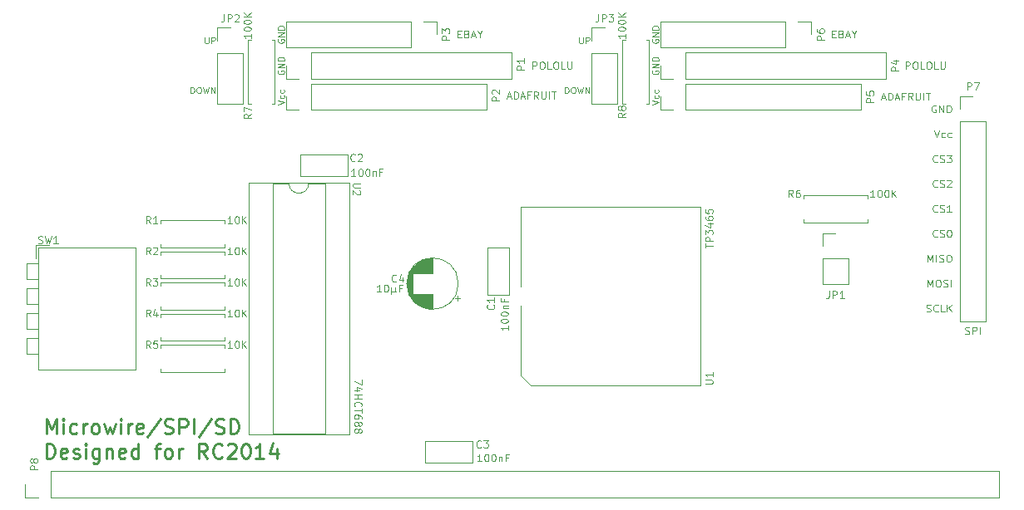
<source format=gto>
G04 #@! TF.FileFunction,Legend,Top*
%FSLAX46Y46*%
G04 Gerber Fmt 4.6, Leading zero omitted, Abs format (unit mm)*
G04 Created by KiCad (PCBNEW 4.0.5) date Mon Apr 20 22:21:36 2020*
%MOMM*%
%LPD*%
G01*
G04 APERTURE LIST*
%ADD10C,0.100000*%
%ADD11C,0.066000*%
%ADD12C,0.250000*%
%ADD13C,0.120000*%
G04 APERTURE END LIST*
D10*
D11*
X105817999Y-96818571D02*
X105817999Y-96158571D01*
X105975142Y-96158571D01*
X106069427Y-96190000D01*
X106132285Y-96252857D01*
X106163713Y-96315714D01*
X106195142Y-96441429D01*
X106195142Y-96535714D01*
X106163713Y-96661429D01*
X106132285Y-96724286D01*
X106069427Y-96787143D01*
X105975142Y-96818571D01*
X105817999Y-96818571D01*
X106603713Y-96158571D02*
X106729427Y-96158571D01*
X106792285Y-96190000D01*
X106855142Y-96252857D01*
X106886570Y-96378571D01*
X106886570Y-96598571D01*
X106855142Y-96724286D01*
X106792285Y-96787143D01*
X106729427Y-96818571D01*
X106603713Y-96818571D01*
X106540856Y-96787143D01*
X106477999Y-96724286D01*
X106446570Y-96598571D01*
X106446570Y-96378571D01*
X106477999Y-96252857D01*
X106540856Y-96190000D01*
X106603713Y-96158571D01*
X107106571Y-96158571D02*
X107263714Y-96818571D01*
X107389428Y-96347143D01*
X107515142Y-96818571D01*
X107672285Y-96158571D01*
X107923714Y-96818571D02*
X107923714Y-96158571D01*
X108300857Y-96818571D01*
X108300857Y-96158571D01*
X107263714Y-91078571D02*
X107263714Y-91612857D01*
X107295142Y-91675714D01*
X107326571Y-91707143D01*
X107389428Y-91738571D01*
X107515142Y-91738571D01*
X107578000Y-91707143D01*
X107609428Y-91675714D01*
X107640857Y-91612857D01*
X107640857Y-91078571D01*
X107955143Y-91738571D02*
X107955143Y-91078571D01*
X108206571Y-91078571D01*
X108269429Y-91110000D01*
X108300857Y-91141429D01*
X108332286Y-91204286D01*
X108332286Y-91298571D01*
X108300857Y-91361429D01*
X108269429Y-91392857D01*
X108206571Y-91424286D01*
X107955143Y-91424286D01*
X143917999Y-96818571D02*
X143917999Y-96158571D01*
X144075142Y-96158571D01*
X144169427Y-96190000D01*
X144232285Y-96252857D01*
X144263713Y-96315714D01*
X144295142Y-96441429D01*
X144295142Y-96535714D01*
X144263713Y-96661429D01*
X144232285Y-96724286D01*
X144169427Y-96787143D01*
X144075142Y-96818571D01*
X143917999Y-96818571D01*
X144703713Y-96158571D02*
X144829427Y-96158571D01*
X144892285Y-96190000D01*
X144955142Y-96252857D01*
X144986570Y-96378571D01*
X144986570Y-96598571D01*
X144955142Y-96724286D01*
X144892285Y-96787143D01*
X144829427Y-96818571D01*
X144703713Y-96818571D01*
X144640856Y-96787143D01*
X144577999Y-96724286D01*
X144546570Y-96598571D01*
X144546570Y-96378571D01*
X144577999Y-96252857D01*
X144640856Y-96190000D01*
X144703713Y-96158571D01*
X145206571Y-96158571D02*
X145363714Y-96818571D01*
X145489428Y-96347143D01*
X145615142Y-96818571D01*
X145772285Y-96158571D01*
X146023714Y-96818571D02*
X146023714Y-96158571D01*
X146400857Y-96818571D01*
X146400857Y-96158571D01*
X145363714Y-91078571D02*
X145363714Y-91612857D01*
X145395142Y-91675714D01*
X145426571Y-91707143D01*
X145489428Y-91738571D01*
X145615142Y-91738571D01*
X145678000Y-91707143D01*
X145709428Y-91675714D01*
X145740857Y-91612857D01*
X145740857Y-91078571D01*
X146055143Y-91738571D02*
X146055143Y-91078571D01*
X146306571Y-91078571D01*
X146369429Y-91110000D01*
X146400857Y-91141429D01*
X146432286Y-91204286D01*
X146432286Y-91298571D01*
X146400857Y-91361429D01*
X146369429Y-91392857D01*
X146306571Y-91424286D01*
X146055143Y-91424286D01*
X152800571Y-97940714D02*
X153460571Y-97720714D01*
X152800571Y-97500714D01*
X153429143Y-96997857D02*
X153460571Y-97060714D01*
X153460571Y-97186428D01*
X153429143Y-97249286D01*
X153397714Y-97280714D01*
X153334857Y-97312143D01*
X153146286Y-97312143D01*
X153083429Y-97280714D01*
X153052000Y-97249286D01*
X153020571Y-97186428D01*
X153020571Y-97060714D01*
X153052000Y-96997857D01*
X153429143Y-96432143D02*
X153460571Y-96495000D01*
X153460571Y-96620714D01*
X153429143Y-96683572D01*
X153397714Y-96715000D01*
X153334857Y-96746429D01*
X153146286Y-96746429D01*
X153083429Y-96715000D01*
X153052000Y-96683572D01*
X153020571Y-96620714D01*
X153020571Y-96495000D01*
X153052000Y-96432143D01*
X114700571Y-97940714D02*
X115360571Y-97720714D01*
X114700571Y-97500714D01*
X115329143Y-96997857D02*
X115360571Y-97060714D01*
X115360571Y-97186428D01*
X115329143Y-97249286D01*
X115297714Y-97280714D01*
X115234857Y-97312143D01*
X115046286Y-97312143D01*
X114983429Y-97280714D01*
X114952000Y-97249286D01*
X114920571Y-97186428D01*
X114920571Y-97060714D01*
X114952000Y-96997857D01*
X115329143Y-96432143D02*
X115360571Y-96495000D01*
X115360571Y-96620714D01*
X115329143Y-96683572D01*
X115297714Y-96715000D01*
X115234857Y-96746429D01*
X115046286Y-96746429D01*
X114983429Y-96715000D01*
X114952000Y-96683572D01*
X114920571Y-96620714D01*
X114920571Y-96495000D01*
X114952000Y-96432143D01*
X114732000Y-94482857D02*
X114700571Y-94545714D01*
X114700571Y-94640000D01*
X114732000Y-94734285D01*
X114794857Y-94797143D01*
X114857714Y-94828571D01*
X114983429Y-94860000D01*
X115077714Y-94860000D01*
X115203429Y-94828571D01*
X115266286Y-94797143D01*
X115329143Y-94734285D01*
X115360571Y-94640000D01*
X115360571Y-94577143D01*
X115329143Y-94482857D01*
X115297714Y-94451428D01*
X115077714Y-94451428D01*
X115077714Y-94577143D01*
X115360571Y-94168571D02*
X114700571Y-94168571D01*
X115360571Y-93791428D01*
X114700571Y-93791428D01*
X115360571Y-93477142D02*
X114700571Y-93477142D01*
X114700571Y-93319999D01*
X114732000Y-93225714D01*
X114794857Y-93162856D01*
X114857714Y-93131428D01*
X114983429Y-93099999D01*
X115077714Y-93099999D01*
X115203429Y-93131428D01*
X115266286Y-93162856D01*
X115329143Y-93225714D01*
X115360571Y-93319999D01*
X115360571Y-93477142D01*
X114732000Y-91307857D02*
X114700571Y-91370714D01*
X114700571Y-91465000D01*
X114732000Y-91559285D01*
X114794857Y-91622143D01*
X114857714Y-91653571D01*
X114983429Y-91685000D01*
X115077714Y-91685000D01*
X115203429Y-91653571D01*
X115266286Y-91622143D01*
X115329143Y-91559285D01*
X115360571Y-91465000D01*
X115360571Y-91402143D01*
X115329143Y-91307857D01*
X115297714Y-91276428D01*
X115077714Y-91276428D01*
X115077714Y-91402143D01*
X115360571Y-90993571D02*
X114700571Y-90993571D01*
X115360571Y-90616428D01*
X114700571Y-90616428D01*
X115360571Y-90302142D02*
X114700571Y-90302142D01*
X114700571Y-90144999D01*
X114732000Y-90050714D01*
X114794857Y-89987856D01*
X114857714Y-89956428D01*
X114983429Y-89924999D01*
X115077714Y-89924999D01*
X115203429Y-89956428D01*
X115266286Y-89987856D01*
X115329143Y-90050714D01*
X115360571Y-90144999D01*
X115360571Y-90302142D01*
X152832000Y-94482857D02*
X152800571Y-94545714D01*
X152800571Y-94640000D01*
X152832000Y-94734285D01*
X152894857Y-94797143D01*
X152957714Y-94828571D01*
X153083429Y-94860000D01*
X153177714Y-94860000D01*
X153303429Y-94828571D01*
X153366286Y-94797143D01*
X153429143Y-94734285D01*
X153460571Y-94640000D01*
X153460571Y-94577143D01*
X153429143Y-94482857D01*
X153397714Y-94451428D01*
X153177714Y-94451428D01*
X153177714Y-94577143D01*
X153460571Y-94168571D02*
X152800571Y-94168571D01*
X153460571Y-93791428D01*
X152800571Y-93791428D01*
X153460571Y-93477142D02*
X152800571Y-93477142D01*
X152800571Y-93319999D01*
X152832000Y-93225714D01*
X152894857Y-93162856D01*
X152957714Y-93131428D01*
X153083429Y-93099999D01*
X153177714Y-93099999D01*
X153303429Y-93131428D01*
X153366286Y-93162856D01*
X153429143Y-93225714D01*
X153460571Y-93319999D01*
X153460571Y-93477142D01*
X152832000Y-91307857D02*
X152800571Y-91370714D01*
X152800571Y-91465000D01*
X152832000Y-91559285D01*
X152894857Y-91622143D01*
X152957714Y-91653571D01*
X153083429Y-91685000D01*
X153177714Y-91685000D01*
X153303429Y-91653571D01*
X153366286Y-91622143D01*
X153429143Y-91559285D01*
X153460571Y-91465000D01*
X153460571Y-91402143D01*
X153429143Y-91307857D01*
X153397714Y-91276428D01*
X153177714Y-91276428D01*
X153177714Y-91402143D01*
X153460571Y-90993571D02*
X152800571Y-90993571D01*
X153460571Y-90616428D01*
X152800571Y-90616428D01*
X153460571Y-90302142D02*
X152800571Y-90302142D01*
X152800571Y-90144999D01*
X152832000Y-90050714D01*
X152894857Y-89987856D01*
X152957714Y-89956428D01*
X153083429Y-89924999D01*
X153177714Y-89924999D01*
X153303429Y-89956428D01*
X153366286Y-89987856D01*
X153429143Y-90050714D01*
X153460571Y-90144999D01*
X153460571Y-90302142D01*
D12*
X91162143Y-131508571D02*
X91162143Y-130008571D01*
X91662143Y-131080000D01*
X92162143Y-130008571D01*
X92162143Y-131508571D01*
X92876429Y-131508571D02*
X92876429Y-130508571D01*
X92876429Y-130008571D02*
X92805000Y-130080000D01*
X92876429Y-130151429D01*
X92947857Y-130080000D01*
X92876429Y-130008571D01*
X92876429Y-130151429D01*
X94233572Y-131437143D02*
X94090715Y-131508571D01*
X93805001Y-131508571D01*
X93662143Y-131437143D01*
X93590715Y-131365714D01*
X93519286Y-131222857D01*
X93519286Y-130794286D01*
X93590715Y-130651429D01*
X93662143Y-130580000D01*
X93805001Y-130508571D01*
X94090715Y-130508571D01*
X94233572Y-130580000D01*
X94876429Y-131508571D02*
X94876429Y-130508571D01*
X94876429Y-130794286D02*
X94947857Y-130651429D01*
X95019286Y-130580000D01*
X95162143Y-130508571D01*
X95305000Y-130508571D01*
X96019286Y-131508571D02*
X95876428Y-131437143D01*
X95805000Y-131365714D01*
X95733571Y-131222857D01*
X95733571Y-130794286D01*
X95805000Y-130651429D01*
X95876428Y-130580000D01*
X96019286Y-130508571D01*
X96233571Y-130508571D01*
X96376428Y-130580000D01*
X96447857Y-130651429D01*
X96519286Y-130794286D01*
X96519286Y-131222857D01*
X96447857Y-131365714D01*
X96376428Y-131437143D01*
X96233571Y-131508571D01*
X96019286Y-131508571D01*
X97019286Y-130508571D02*
X97305000Y-131508571D01*
X97590714Y-130794286D01*
X97876429Y-131508571D01*
X98162143Y-130508571D01*
X98733572Y-131508571D02*
X98733572Y-130508571D01*
X98733572Y-130008571D02*
X98662143Y-130080000D01*
X98733572Y-130151429D01*
X98805000Y-130080000D01*
X98733572Y-130008571D01*
X98733572Y-130151429D01*
X99447858Y-131508571D02*
X99447858Y-130508571D01*
X99447858Y-130794286D02*
X99519286Y-130651429D01*
X99590715Y-130580000D01*
X99733572Y-130508571D01*
X99876429Y-130508571D01*
X100947857Y-131437143D02*
X100805000Y-131508571D01*
X100519286Y-131508571D01*
X100376429Y-131437143D01*
X100305000Y-131294286D01*
X100305000Y-130722857D01*
X100376429Y-130580000D01*
X100519286Y-130508571D01*
X100805000Y-130508571D01*
X100947857Y-130580000D01*
X101019286Y-130722857D01*
X101019286Y-130865714D01*
X100305000Y-131008571D01*
X102733571Y-129937143D02*
X101447857Y-131865714D01*
X103162143Y-131437143D02*
X103376429Y-131508571D01*
X103733572Y-131508571D01*
X103876429Y-131437143D01*
X103947858Y-131365714D01*
X104019286Y-131222857D01*
X104019286Y-131080000D01*
X103947858Y-130937143D01*
X103876429Y-130865714D01*
X103733572Y-130794286D01*
X103447858Y-130722857D01*
X103305000Y-130651429D01*
X103233572Y-130580000D01*
X103162143Y-130437143D01*
X103162143Y-130294286D01*
X103233572Y-130151429D01*
X103305000Y-130080000D01*
X103447858Y-130008571D01*
X103805000Y-130008571D01*
X104019286Y-130080000D01*
X104662143Y-131508571D02*
X104662143Y-130008571D01*
X105233571Y-130008571D01*
X105376429Y-130080000D01*
X105447857Y-130151429D01*
X105519286Y-130294286D01*
X105519286Y-130508571D01*
X105447857Y-130651429D01*
X105376429Y-130722857D01*
X105233571Y-130794286D01*
X104662143Y-130794286D01*
X106162143Y-131508571D02*
X106162143Y-130008571D01*
X107947857Y-129937143D02*
X106662143Y-131865714D01*
X108376429Y-131437143D02*
X108590715Y-131508571D01*
X108947858Y-131508571D01*
X109090715Y-131437143D01*
X109162144Y-131365714D01*
X109233572Y-131222857D01*
X109233572Y-131080000D01*
X109162144Y-130937143D01*
X109090715Y-130865714D01*
X108947858Y-130794286D01*
X108662144Y-130722857D01*
X108519286Y-130651429D01*
X108447858Y-130580000D01*
X108376429Y-130437143D01*
X108376429Y-130294286D01*
X108447858Y-130151429D01*
X108519286Y-130080000D01*
X108662144Y-130008571D01*
X109019286Y-130008571D01*
X109233572Y-130080000D01*
X109876429Y-131508571D02*
X109876429Y-130008571D01*
X110233572Y-130008571D01*
X110447857Y-130080000D01*
X110590715Y-130222857D01*
X110662143Y-130365714D01*
X110733572Y-130651429D01*
X110733572Y-130865714D01*
X110662143Y-131151429D01*
X110590715Y-131294286D01*
X110447857Y-131437143D01*
X110233572Y-131508571D01*
X109876429Y-131508571D01*
X91162143Y-134008571D02*
X91162143Y-132508571D01*
X91519286Y-132508571D01*
X91733571Y-132580000D01*
X91876429Y-132722857D01*
X91947857Y-132865714D01*
X92019286Y-133151429D01*
X92019286Y-133365714D01*
X91947857Y-133651429D01*
X91876429Y-133794286D01*
X91733571Y-133937143D01*
X91519286Y-134008571D01*
X91162143Y-134008571D01*
X93233571Y-133937143D02*
X93090714Y-134008571D01*
X92805000Y-134008571D01*
X92662143Y-133937143D01*
X92590714Y-133794286D01*
X92590714Y-133222857D01*
X92662143Y-133080000D01*
X92805000Y-133008571D01*
X93090714Y-133008571D01*
X93233571Y-133080000D01*
X93305000Y-133222857D01*
X93305000Y-133365714D01*
X92590714Y-133508571D01*
X93876428Y-133937143D02*
X94019285Y-134008571D01*
X94305000Y-134008571D01*
X94447857Y-133937143D01*
X94519285Y-133794286D01*
X94519285Y-133722857D01*
X94447857Y-133580000D01*
X94305000Y-133508571D01*
X94090714Y-133508571D01*
X93947857Y-133437143D01*
X93876428Y-133294286D01*
X93876428Y-133222857D01*
X93947857Y-133080000D01*
X94090714Y-133008571D01*
X94305000Y-133008571D01*
X94447857Y-133080000D01*
X95162143Y-134008571D02*
X95162143Y-133008571D01*
X95162143Y-132508571D02*
X95090714Y-132580000D01*
X95162143Y-132651429D01*
X95233571Y-132580000D01*
X95162143Y-132508571D01*
X95162143Y-132651429D01*
X96519286Y-133008571D02*
X96519286Y-134222857D01*
X96447857Y-134365714D01*
X96376429Y-134437143D01*
X96233572Y-134508571D01*
X96019286Y-134508571D01*
X95876429Y-134437143D01*
X96519286Y-133937143D02*
X96376429Y-134008571D01*
X96090715Y-134008571D01*
X95947857Y-133937143D01*
X95876429Y-133865714D01*
X95805000Y-133722857D01*
X95805000Y-133294286D01*
X95876429Y-133151429D01*
X95947857Y-133080000D01*
X96090715Y-133008571D01*
X96376429Y-133008571D01*
X96519286Y-133080000D01*
X97233572Y-133008571D02*
X97233572Y-134008571D01*
X97233572Y-133151429D02*
X97305000Y-133080000D01*
X97447858Y-133008571D01*
X97662143Y-133008571D01*
X97805000Y-133080000D01*
X97876429Y-133222857D01*
X97876429Y-134008571D01*
X99162143Y-133937143D02*
X99019286Y-134008571D01*
X98733572Y-134008571D01*
X98590715Y-133937143D01*
X98519286Y-133794286D01*
X98519286Y-133222857D01*
X98590715Y-133080000D01*
X98733572Y-133008571D01*
X99019286Y-133008571D01*
X99162143Y-133080000D01*
X99233572Y-133222857D01*
X99233572Y-133365714D01*
X98519286Y-133508571D01*
X100519286Y-134008571D02*
X100519286Y-132508571D01*
X100519286Y-133937143D02*
X100376429Y-134008571D01*
X100090715Y-134008571D01*
X99947857Y-133937143D01*
X99876429Y-133865714D01*
X99805000Y-133722857D01*
X99805000Y-133294286D01*
X99876429Y-133151429D01*
X99947857Y-133080000D01*
X100090715Y-133008571D01*
X100376429Y-133008571D01*
X100519286Y-133080000D01*
X102162143Y-133008571D02*
X102733572Y-133008571D01*
X102376429Y-134008571D02*
X102376429Y-132722857D01*
X102447857Y-132580000D01*
X102590715Y-132508571D01*
X102733572Y-132508571D01*
X103447858Y-134008571D02*
X103305000Y-133937143D01*
X103233572Y-133865714D01*
X103162143Y-133722857D01*
X103162143Y-133294286D01*
X103233572Y-133151429D01*
X103305000Y-133080000D01*
X103447858Y-133008571D01*
X103662143Y-133008571D01*
X103805000Y-133080000D01*
X103876429Y-133151429D01*
X103947858Y-133294286D01*
X103947858Y-133722857D01*
X103876429Y-133865714D01*
X103805000Y-133937143D01*
X103662143Y-134008571D01*
X103447858Y-134008571D01*
X104590715Y-134008571D02*
X104590715Y-133008571D01*
X104590715Y-133294286D02*
X104662143Y-133151429D01*
X104733572Y-133080000D01*
X104876429Y-133008571D01*
X105019286Y-133008571D01*
X107519286Y-134008571D02*
X107019286Y-133294286D01*
X106662143Y-134008571D02*
X106662143Y-132508571D01*
X107233571Y-132508571D01*
X107376429Y-132580000D01*
X107447857Y-132651429D01*
X107519286Y-132794286D01*
X107519286Y-133008571D01*
X107447857Y-133151429D01*
X107376429Y-133222857D01*
X107233571Y-133294286D01*
X106662143Y-133294286D01*
X109019286Y-133865714D02*
X108947857Y-133937143D01*
X108733571Y-134008571D01*
X108590714Y-134008571D01*
X108376429Y-133937143D01*
X108233571Y-133794286D01*
X108162143Y-133651429D01*
X108090714Y-133365714D01*
X108090714Y-133151429D01*
X108162143Y-132865714D01*
X108233571Y-132722857D01*
X108376429Y-132580000D01*
X108590714Y-132508571D01*
X108733571Y-132508571D01*
X108947857Y-132580000D01*
X109019286Y-132651429D01*
X109590714Y-132651429D02*
X109662143Y-132580000D01*
X109805000Y-132508571D01*
X110162143Y-132508571D01*
X110305000Y-132580000D01*
X110376429Y-132651429D01*
X110447857Y-132794286D01*
X110447857Y-132937143D01*
X110376429Y-133151429D01*
X109519286Y-134008571D01*
X110447857Y-134008571D01*
X111376428Y-132508571D02*
X111519285Y-132508571D01*
X111662142Y-132580000D01*
X111733571Y-132651429D01*
X111805000Y-132794286D01*
X111876428Y-133080000D01*
X111876428Y-133437143D01*
X111805000Y-133722857D01*
X111733571Y-133865714D01*
X111662142Y-133937143D01*
X111519285Y-134008571D01*
X111376428Y-134008571D01*
X111233571Y-133937143D01*
X111162142Y-133865714D01*
X111090714Y-133722857D01*
X111019285Y-133437143D01*
X111019285Y-133080000D01*
X111090714Y-132794286D01*
X111162142Y-132651429D01*
X111233571Y-132580000D01*
X111376428Y-132508571D01*
X113304999Y-134008571D02*
X112447856Y-134008571D01*
X112876428Y-134008571D02*
X112876428Y-132508571D01*
X112733571Y-132722857D01*
X112590713Y-132865714D01*
X112447856Y-132937143D01*
X114590713Y-133008571D02*
X114590713Y-134008571D01*
X114233570Y-132437143D02*
X113876427Y-133508571D01*
X114804999Y-133508571D01*
D10*
X150072286Y-90741571D02*
X150072286Y-91170143D01*
X150072286Y-90955857D02*
X149322286Y-90955857D01*
X149429429Y-91027286D01*
X149500857Y-91098714D01*
X149536571Y-91170143D01*
X149322286Y-90277285D02*
X149322286Y-90205857D01*
X149358000Y-90134428D01*
X149393714Y-90098714D01*
X149465143Y-90063000D01*
X149608000Y-90027285D01*
X149786571Y-90027285D01*
X149929429Y-90063000D01*
X150000857Y-90098714D01*
X150036571Y-90134428D01*
X150072286Y-90205857D01*
X150072286Y-90277285D01*
X150036571Y-90348714D01*
X150000857Y-90384428D01*
X149929429Y-90420143D01*
X149786571Y-90455857D01*
X149608000Y-90455857D01*
X149465143Y-90420143D01*
X149393714Y-90384428D01*
X149358000Y-90348714D01*
X149322286Y-90277285D01*
X149322286Y-89562999D02*
X149322286Y-89491571D01*
X149358000Y-89420142D01*
X149393714Y-89384428D01*
X149465143Y-89348714D01*
X149608000Y-89312999D01*
X149786571Y-89312999D01*
X149929429Y-89348714D01*
X150000857Y-89384428D01*
X150036571Y-89420142D01*
X150072286Y-89491571D01*
X150072286Y-89562999D01*
X150036571Y-89634428D01*
X150000857Y-89670142D01*
X149929429Y-89705857D01*
X149786571Y-89741571D01*
X149608000Y-89741571D01*
X149465143Y-89705857D01*
X149393714Y-89670142D01*
X149358000Y-89634428D01*
X149322286Y-89562999D01*
X150072286Y-88991571D02*
X149322286Y-88991571D01*
X150072286Y-88562999D02*
X149643714Y-88884428D01*
X149322286Y-88562999D02*
X149750857Y-88991571D01*
X111972286Y-90741571D02*
X111972286Y-91170143D01*
X111972286Y-90955857D02*
X111222286Y-90955857D01*
X111329429Y-91027286D01*
X111400857Y-91098714D01*
X111436571Y-91170143D01*
X111222286Y-90277285D02*
X111222286Y-90205857D01*
X111258000Y-90134428D01*
X111293714Y-90098714D01*
X111365143Y-90063000D01*
X111508000Y-90027285D01*
X111686571Y-90027285D01*
X111829429Y-90063000D01*
X111900857Y-90098714D01*
X111936571Y-90134428D01*
X111972286Y-90205857D01*
X111972286Y-90277285D01*
X111936571Y-90348714D01*
X111900857Y-90384428D01*
X111829429Y-90420143D01*
X111686571Y-90455857D01*
X111508000Y-90455857D01*
X111365143Y-90420143D01*
X111293714Y-90384428D01*
X111258000Y-90348714D01*
X111222286Y-90277285D01*
X111222286Y-89562999D02*
X111222286Y-89491571D01*
X111258000Y-89420142D01*
X111293714Y-89384428D01*
X111365143Y-89348714D01*
X111508000Y-89312999D01*
X111686571Y-89312999D01*
X111829429Y-89348714D01*
X111900857Y-89384428D01*
X111936571Y-89420142D01*
X111972286Y-89491571D01*
X111972286Y-89562999D01*
X111936571Y-89634428D01*
X111900857Y-89670142D01*
X111829429Y-89705857D01*
X111686571Y-89741571D01*
X111508000Y-89741571D01*
X111365143Y-89705857D01*
X111293714Y-89670142D01*
X111258000Y-89634428D01*
X111222286Y-89562999D01*
X111972286Y-88991571D02*
X111222286Y-88991571D01*
X111972286Y-88562999D02*
X111543714Y-88884428D01*
X111222286Y-88562999D02*
X111650857Y-88991571D01*
X138064857Y-97153000D02*
X138422000Y-97153000D01*
X137993429Y-97367286D02*
X138243429Y-96617286D01*
X138493429Y-97367286D01*
X138743428Y-97367286D02*
X138743428Y-96617286D01*
X138922000Y-96617286D01*
X139029143Y-96653000D01*
X139100571Y-96724429D01*
X139136286Y-96795857D01*
X139172000Y-96938714D01*
X139172000Y-97045857D01*
X139136286Y-97188714D01*
X139100571Y-97260143D01*
X139029143Y-97331571D01*
X138922000Y-97367286D01*
X138743428Y-97367286D01*
X139457714Y-97153000D02*
X139814857Y-97153000D01*
X139386286Y-97367286D02*
X139636286Y-96617286D01*
X139886286Y-97367286D01*
X140386285Y-96974429D02*
X140136285Y-96974429D01*
X140136285Y-97367286D02*
X140136285Y-96617286D01*
X140493428Y-96617286D01*
X141207714Y-97367286D02*
X140957714Y-97010143D01*
X140779142Y-97367286D02*
X140779142Y-96617286D01*
X141064857Y-96617286D01*
X141136285Y-96653000D01*
X141172000Y-96688714D01*
X141207714Y-96760143D01*
X141207714Y-96867286D01*
X141172000Y-96938714D01*
X141136285Y-96974429D01*
X141064857Y-97010143D01*
X140779142Y-97010143D01*
X141529142Y-96617286D02*
X141529142Y-97224429D01*
X141564857Y-97295857D01*
X141600571Y-97331571D01*
X141672000Y-97367286D01*
X141814857Y-97367286D01*
X141886285Y-97331571D01*
X141922000Y-97295857D01*
X141957714Y-97224429D01*
X141957714Y-96617286D01*
X142314856Y-97367286D02*
X142314856Y-96617286D01*
X142564857Y-96617286D02*
X142993428Y-96617286D01*
X142779142Y-97367286D02*
X142779142Y-96617286D01*
X140640571Y-94319286D02*
X140640571Y-93569286D01*
X140926286Y-93569286D01*
X140997714Y-93605000D01*
X141033429Y-93640714D01*
X141069143Y-93712143D01*
X141069143Y-93819286D01*
X141033429Y-93890714D01*
X140997714Y-93926429D01*
X140926286Y-93962143D01*
X140640571Y-93962143D01*
X141533429Y-93569286D02*
X141676286Y-93569286D01*
X141747714Y-93605000D01*
X141819143Y-93676429D01*
X141854857Y-93819286D01*
X141854857Y-94069286D01*
X141819143Y-94212143D01*
X141747714Y-94283571D01*
X141676286Y-94319286D01*
X141533429Y-94319286D01*
X141462000Y-94283571D01*
X141390571Y-94212143D01*
X141354857Y-94069286D01*
X141354857Y-93819286D01*
X141390571Y-93676429D01*
X141462000Y-93605000D01*
X141533429Y-93569286D01*
X142533428Y-94319286D02*
X142176285Y-94319286D01*
X142176285Y-93569286D01*
X142926286Y-93569286D02*
X143069143Y-93569286D01*
X143140571Y-93605000D01*
X143212000Y-93676429D01*
X143247714Y-93819286D01*
X143247714Y-94069286D01*
X143212000Y-94212143D01*
X143140571Y-94283571D01*
X143069143Y-94319286D01*
X142926286Y-94319286D01*
X142854857Y-94283571D01*
X142783428Y-94212143D01*
X142747714Y-94069286D01*
X142747714Y-93819286D01*
X142783428Y-93676429D01*
X142854857Y-93605000D01*
X142926286Y-93569286D01*
X143926285Y-94319286D02*
X143569142Y-94319286D01*
X143569142Y-93569286D01*
X144176285Y-93569286D02*
X144176285Y-94176429D01*
X144212000Y-94247857D01*
X144247714Y-94283571D01*
X144319143Y-94319286D01*
X144462000Y-94319286D01*
X144533428Y-94283571D01*
X144569143Y-94247857D01*
X144604857Y-94176429D01*
X144604857Y-93569286D01*
X133020571Y-90751429D02*
X133270571Y-90751429D01*
X133377714Y-91144286D02*
X133020571Y-91144286D01*
X133020571Y-90394286D01*
X133377714Y-90394286D01*
X133949142Y-90751429D02*
X134056285Y-90787143D01*
X134092000Y-90822857D01*
X134127714Y-90894286D01*
X134127714Y-91001429D01*
X134092000Y-91072857D01*
X134056285Y-91108571D01*
X133984857Y-91144286D01*
X133699142Y-91144286D01*
X133699142Y-90394286D01*
X133949142Y-90394286D01*
X134020571Y-90430000D01*
X134056285Y-90465714D01*
X134092000Y-90537143D01*
X134092000Y-90608571D01*
X134056285Y-90680000D01*
X134020571Y-90715714D01*
X133949142Y-90751429D01*
X133699142Y-90751429D01*
X134413428Y-90930000D02*
X134770571Y-90930000D01*
X134342000Y-91144286D02*
X134592000Y-90394286D01*
X134842000Y-91144286D01*
X135234857Y-90787143D02*
X135234857Y-91144286D01*
X134984857Y-90394286D02*
X135234857Y-90787143D01*
X135484857Y-90394286D01*
X176164857Y-97280000D02*
X176522000Y-97280000D01*
X176093429Y-97494286D02*
X176343429Y-96744286D01*
X176593429Y-97494286D01*
X176843428Y-97494286D02*
X176843428Y-96744286D01*
X177022000Y-96744286D01*
X177129143Y-96780000D01*
X177200571Y-96851429D01*
X177236286Y-96922857D01*
X177272000Y-97065714D01*
X177272000Y-97172857D01*
X177236286Y-97315714D01*
X177200571Y-97387143D01*
X177129143Y-97458571D01*
X177022000Y-97494286D01*
X176843428Y-97494286D01*
X177557714Y-97280000D02*
X177914857Y-97280000D01*
X177486286Y-97494286D02*
X177736286Y-96744286D01*
X177986286Y-97494286D01*
X178486285Y-97101429D02*
X178236285Y-97101429D01*
X178236285Y-97494286D02*
X178236285Y-96744286D01*
X178593428Y-96744286D01*
X179307714Y-97494286D02*
X179057714Y-97137143D01*
X178879142Y-97494286D02*
X178879142Y-96744286D01*
X179164857Y-96744286D01*
X179236285Y-96780000D01*
X179272000Y-96815714D01*
X179307714Y-96887143D01*
X179307714Y-96994286D01*
X179272000Y-97065714D01*
X179236285Y-97101429D01*
X179164857Y-97137143D01*
X178879142Y-97137143D01*
X179629142Y-96744286D02*
X179629142Y-97351429D01*
X179664857Y-97422857D01*
X179700571Y-97458571D01*
X179772000Y-97494286D01*
X179914857Y-97494286D01*
X179986285Y-97458571D01*
X180022000Y-97422857D01*
X180057714Y-97351429D01*
X180057714Y-96744286D01*
X180414856Y-97494286D02*
X180414856Y-96744286D01*
X180664857Y-96744286D02*
X181093428Y-96744286D01*
X180879142Y-97494286D02*
X180879142Y-96744286D01*
X178613571Y-94319286D02*
X178613571Y-93569286D01*
X178899286Y-93569286D01*
X178970714Y-93605000D01*
X179006429Y-93640714D01*
X179042143Y-93712143D01*
X179042143Y-93819286D01*
X179006429Y-93890714D01*
X178970714Y-93926429D01*
X178899286Y-93962143D01*
X178613571Y-93962143D01*
X179506429Y-93569286D02*
X179649286Y-93569286D01*
X179720714Y-93605000D01*
X179792143Y-93676429D01*
X179827857Y-93819286D01*
X179827857Y-94069286D01*
X179792143Y-94212143D01*
X179720714Y-94283571D01*
X179649286Y-94319286D01*
X179506429Y-94319286D01*
X179435000Y-94283571D01*
X179363571Y-94212143D01*
X179327857Y-94069286D01*
X179327857Y-93819286D01*
X179363571Y-93676429D01*
X179435000Y-93605000D01*
X179506429Y-93569286D01*
X180506428Y-94319286D02*
X180149285Y-94319286D01*
X180149285Y-93569286D01*
X180899286Y-93569286D02*
X181042143Y-93569286D01*
X181113571Y-93605000D01*
X181185000Y-93676429D01*
X181220714Y-93819286D01*
X181220714Y-94069286D01*
X181185000Y-94212143D01*
X181113571Y-94283571D01*
X181042143Y-94319286D01*
X180899286Y-94319286D01*
X180827857Y-94283571D01*
X180756428Y-94212143D01*
X180720714Y-94069286D01*
X180720714Y-93819286D01*
X180756428Y-93676429D01*
X180827857Y-93605000D01*
X180899286Y-93569286D01*
X181899285Y-94319286D02*
X181542142Y-94319286D01*
X181542142Y-93569286D01*
X182149285Y-93569286D02*
X182149285Y-94176429D01*
X182185000Y-94247857D01*
X182220714Y-94283571D01*
X182292143Y-94319286D01*
X182435000Y-94319286D01*
X182506428Y-94283571D01*
X182542143Y-94247857D01*
X182577857Y-94176429D01*
X182577857Y-93569286D01*
X171120571Y-90751429D02*
X171370571Y-90751429D01*
X171477714Y-91144286D02*
X171120571Y-91144286D01*
X171120571Y-90394286D01*
X171477714Y-90394286D01*
X172049142Y-90751429D02*
X172156285Y-90787143D01*
X172192000Y-90822857D01*
X172227714Y-90894286D01*
X172227714Y-91001429D01*
X172192000Y-91072857D01*
X172156285Y-91108571D01*
X172084857Y-91144286D01*
X171799142Y-91144286D01*
X171799142Y-90394286D01*
X172049142Y-90394286D01*
X172120571Y-90430000D01*
X172156285Y-90465714D01*
X172192000Y-90537143D01*
X172192000Y-90608571D01*
X172156285Y-90680000D01*
X172120571Y-90715714D01*
X172049142Y-90751429D01*
X171799142Y-90751429D01*
X172513428Y-90930000D02*
X172870571Y-90930000D01*
X172442000Y-91144286D02*
X172692000Y-90394286D01*
X172942000Y-91144286D01*
X173334857Y-90787143D02*
X173334857Y-91144286D01*
X173084857Y-90394286D02*
X173334857Y-90787143D01*
X173584857Y-90394286D01*
X184652143Y-121334571D02*
X184759286Y-121370286D01*
X184937857Y-121370286D01*
X185009286Y-121334571D01*
X185045000Y-121298857D01*
X185080715Y-121227429D01*
X185080715Y-121156000D01*
X185045000Y-121084571D01*
X185009286Y-121048857D01*
X184937857Y-121013143D01*
X184795000Y-120977429D01*
X184723572Y-120941714D01*
X184687857Y-120906000D01*
X184652143Y-120834571D01*
X184652143Y-120763143D01*
X184687857Y-120691714D01*
X184723572Y-120656000D01*
X184795000Y-120620286D01*
X184973572Y-120620286D01*
X185080715Y-120656000D01*
X185402143Y-121370286D02*
X185402143Y-120620286D01*
X185687858Y-120620286D01*
X185759286Y-120656000D01*
X185795001Y-120691714D01*
X185830715Y-120763143D01*
X185830715Y-120870286D01*
X185795001Y-120941714D01*
X185759286Y-120977429D01*
X185687858Y-121013143D01*
X185402143Y-121013143D01*
X186152143Y-121370286D02*
X186152143Y-120620286D01*
X180709428Y-119048571D02*
X180816571Y-119084286D01*
X180995142Y-119084286D01*
X181066571Y-119048571D01*
X181102285Y-119012857D01*
X181138000Y-118941429D01*
X181138000Y-118870000D01*
X181102285Y-118798571D01*
X181066571Y-118762857D01*
X180995142Y-118727143D01*
X180852285Y-118691429D01*
X180780857Y-118655714D01*
X180745142Y-118620000D01*
X180709428Y-118548571D01*
X180709428Y-118477143D01*
X180745142Y-118405714D01*
X180780857Y-118370000D01*
X180852285Y-118334286D01*
X181030857Y-118334286D01*
X181138000Y-118370000D01*
X181888000Y-119012857D02*
X181852286Y-119048571D01*
X181745143Y-119084286D01*
X181673714Y-119084286D01*
X181566571Y-119048571D01*
X181495143Y-118977143D01*
X181459428Y-118905714D01*
X181423714Y-118762857D01*
X181423714Y-118655714D01*
X181459428Y-118512857D01*
X181495143Y-118441429D01*
X181566571Y-118370000D01*
X181673714Y-118334286D01*
X181745143Y-118334286D01*
X181852286Y-118370000D01*
X181888000Y-118405714D01*
X182566571Y-119084286D02*
X182209428Y-119084286D01*
X182209428Y-118334286D01*
X182816571Y-119084286D02*
X182816571Y-118334286D01*
X183245143Y-119084286D02*
X182923714Y-118655714D01*
X183245143Y-118334286D02*
X182816571Y-118762857D01*
X180852285Y-116544286D02*
X180852285Y-115794286D01*
X181102285Y-116330000D01*
X181352285Y-115794286D01*
X181352285Y-116544286D01*
X181852286Y-115794286D02*
X181995143Y-115794286D01*
X182066571Y-115830000D01*
X182138000Y-115901429D01*
X182173714Y-116044286D01*
X182173714Y-116294286D01*
X182138000Y-116437143D01*
X182066571Y-116508571D01*
X181995143Y-116544286D01*
X181852286Y-116544286D01*
X181780857Y-116508571D01*
X181709428Y-116437143D01*
X181673714Y-116294286D01*
X181673714Y-116044286D01*
X181709428Y-115901429D01*
X181780857Y-115830000D01*
X181852286Y-115794286D01*
X182459428Y-116508571D02*
X182566571Y-116544286D01*
X182745142Y-116544286D01*
X182816571Y-116508571D01*
X182852285Y-116472857D01*
X182888000Y-116401429D01*
X182888000Y-116330000D01*
X182852285Y-116258571D01*
X182816571Y-116222857D01*
X182745142Y-116187143D01*
X182602285Y-116151429D01*
X182530857Y-116115714D01*
X182495142Y-116080000D01*
X182459428Y-116008571D01*
X182459428Y-115937143D01*
X182495142Y-115865714D01*
X182530857Y-115830000D01*
X182602285Y-115794286D01*
X182780857Y-115794286D01*
X182888000Y-115830000D01*
X183209428Y-116544286D02*
X183209428Y-115794286D01*
X180852285Y-114004286D02*
X180852285Y-113254286D01*
X181102285Y-113790000D01*
X181352285Y-113254286D01*
X181352285Y-114004286D01*
X181709428Y-114004286D02*
X181709428Y-113254286D01*
X182030857Y-113968571D02*
X182138000Y-114004286D01*
X182316571Y-114004286D01*
X182388000Y-113968571D01*
X182423714Y-113932857D01*
X182459429Y-113861429D01*
X182459429Y-113790000D01*
X182423714Y-113718571D01*
X182388000Y-113682857D01*
X182316571Y-113647143D01*
X182173714Y-113611429D01*
X182102286Y-113575714D01*
X182066571Y-113540000D01*
X182030857Y-113468571D01*
X182030857Y-113397143D01*
X182066571Y-113325714D01*
X182102286Y-113290000D01*
X182173714Y-113254286D01*
X182352286Y-113254286D01*
X182459429Y-113290000D01*
X182923715Y-113254286D02*
X183066572Y-113254286D01*
X183138000Y-113290000D01*
X183209429Y-113361429D01*
X183245143Y-113504286D01*
X183245143Y-113754286D01*
X183209429Y-113897143D01*
X183138000Y-113968571D01*
X183066572Y-114004286D01*
X182923715Y-114004286D01*
X182852286Y-113968571D01*
X182780857Y-113897143D01*
X182745143Y-113754286D01*
X182745143Y-113504286D01*
X182780857Y-113361429D01*
X182852286Y-113290000D01*
X182923715Y-113254286D01*
X181816571Y-111392857D02*
X181780857Y-111428571D01*
X181673714Y-111464286D01*
X181602285Y-111464286D01*
X181495142Y-111428571D01*
X181423714Y-111357143D01*
X181387999Y-111285714D01*
X181352285Y-111142857D01*
X181352285Y-111035714D01*
X181387999Y-110892857D01*
X181423714Y-110821429D01*
X181495142Y-110750000D01*
X181602285Y-110714286D01*
X181673714Y-110714286D01*
X181780857Y-110750000D01*
X181816571Y-110785714D01*
X182102285Y-111428571D02*
X182209428Y-111464286D01*
X182387999Y-111464286D01*
X182459428Y-111428571D01*
X182495142Y-111392857D01*
X182530857Y-111321429D01*
X182530857Y-111250000D01*
X182495142Y-111178571D01*
X182459428Y-111142857D01*
X182387999Y-111107143D01*
X182245142Y-111071429D01*
X182173714Y-111035714D01*
X182137999Y-111000000D01*
X182102285Y-110928571D01*
X182102285Y-110857143D01*
X182137999Y-110785714D01*
X182173714Y-110750000D01*
X182245142Y-110714286D01*
X182423714Y-110714286D01*
X182530857Y-110750000D01*
X182995143Y-110714286D02*
X183066571Y-110714286D01*
X183138000Y-110750000D01*
X183173714Y-110785714D01*
X183209428Y-110857143D01*
X183245143Y-111000000D01*
X183245143Y-111178571D01*
X183209428Y-111321429D01*
X183173714Y-111392857D01*
X183138000Y-111428571D01*
X183066571Y-111464286D01*
X182995143Y-111464286D01*
X182923714Y-111428571D01*
X182888000Y-111392857D01*
X182852285Y-111321429D01*
X182816571Y-111178571D01*
X182816571Y-111000000D01*
X182852285Y-110857143D01*
X182888000Y-110785714D01*
X182923714Y-110750000D01*
X182995143Y-110714286D01*
X181816571Y-108852857D02*
X181780857Y-108888571D01*
X181673714Y-108924286D01*
X181602285Y-108924286D01*
X181495142Y-108888571D01*
X181423714Y-108817143D01*
X181387999Y-108745714D01*
X181352285Y-108602857D01*
X181352285Y-108495714D01*
X181387999Y-108352857D01*
X181423714Y-108281429D01*
X181495142Y-108210000D01*
X181602285Y-108174286D01*
X181673714Y-108174286D01*
X181780857Y-108210000D01*
X181816571Y-108245714D01*
X182102285Y-108888571D02*
X182209428Y-108924286D01*
X182387999Y-108924286D01*
X182459428Y-108888571D01*
X182495142Y-108852857D01*
X182530857Y-108781429D01*
X182530857Y-108710000D01*
X182495142Y-108638571D01*
X182459428Y-108602857D01*
X182387999Y-108567143D01*
X182245142Y-108531429D01*
X182173714Y-108495714D01*
X182137999Y-108460000D01*
X182102285Y-108388571D01*
X182102285Y-108317143D01*
X182137999Y-108245714D01*
X182173714Y-108210000D01*
X182245142Y-108174286D01*
X182423714Y-108174286D01*
X182530857Y-108210000D01*
X183245143Y-108924286D02*
X182816571Y-108924286D01*
X183030857Y-108924286D02*
X183030857Y-108174286D01*
X182959428Y-108281429D01*
X182888000Y-108352857D01*
X182816571Y-108388571D01*
X181816571Y-106312857D02*
X181780857Y-106348571D01*
X181673714Y-106384286D01*
X181602285Y-106384286D01*
X181495142Y-106348571D01*
X181423714Y-106277143D01*
X181387999Y-106205714D01*
X181352285Y-106062857D01*
X181352285Y-105955714D01*
X181387999Y-105812857D01*
X181423714Y-105741429D01*
X181495142Y-105670000D01*
X181602285Y-105634286D01*
X181673714Y-105634286D01*
X181780857Y-105670000D01*
X181816571Y-105705714D01*
X182102285Y-106348571D02*
X182209428Y-106384286D01*
X182387999Y-106384286D01*
X182459428Y-106348571D01*
X182495142Y-106312857D01*
X182530857Y-106241429D01*
X182530857Y-106170000D01*
X182495142Y-106098571D01*
X182459428Y-106062857D01*
X182387999Y-106027143D01*
X182245142Y-105991429D01*
X182173714Y-105955714D01*
X182137999Y-105920000D01*
X182102285Y-105848571D01*
X182102285Y-105777143D01*
X182137999Y-105705714D01*
X182173714Y-105670000D01*
X182245142Y-105634286D01*
X182423714Y-105634286D01*
X182530857Y-105670000D01*
X182816571Y-105705714D02*
X182852285Y-105670000D01*
X182923714Y-105634286D01*
X183102285Y-105634286D01*
X183173714Y-105670000D01*
X183209428Y-105705714D01*
X183245143Y-105777143D01*
X183245143Y-105848571D01*
X183209428Y-105955714D01*
X182780857Y-106384286D01*
X183245143Y-106384286D01*
X181816571Y-103772857D02*
X181780857Y-103808571D01*
X181673714Y-103844286D01*
X181602285Y-103844286D01*
X181495142Y-103808571D01*
X181423714Y-103737143D01*
X181387999Y-103665714D01*
X181352285Y-103522857D01*
X181352285Y-103415714D01*
X181387999Y-103272857D01*
X181423714Y-103201429D01*
X181495142Y-103130000D01*
X181602285Y-103094286D01*
X181673714Y-103094286D01*
X181780857Y-103130000D01*
X181816571Y-103165714D01*
X182102285Y-103808571D02*
X182209428Y-103844286D01*
X182387999Y-103844286D01*
X182459428Y-103808571D01*
X182495142Y-103772857D01*
X182530857Y-103701429D01*
X182530857Y-103630000D01*
X182495142Y-103558571D01*
X182459428Y-103522857D01*
X182387999Y-103487143D01*
X182245142Y-103451429D01*
X182173714Y-103415714D01*
X182137999Y-103380000D01*
X182102285Y-103308571D01*
X182102285Y-103237143D01*
X182137999Y-103165714D01*
X182173714Y-103130000D01*
X182245142Y-103094286D01*
X182423714Y-103094286D01*
X182530857Y-103130000D01*
X182780857Y-103094286D02*
X183245143Y-103094286D01*
X182995143Y-103380000D01*
X183102285Y-103380000D01*
X183173714Y-103415714D01*
X183209428Y-103451429D01*
X183245143Y-103522857D01*
X183245143Y-103701429D01*
X183209428Y-103772857D01*
X183173714Y-103808571D01*
X183102285Y-103844286D01*
X182888000Y-103844286D01*
X182816571Y-103808571D01*
X182780857Y-103772857D01*
X181530858Y-100554286D02*
X181780858Y-101304286D01*
X182030858Y-100554286D01*
X182602286Y-101268571D02*
X182530857Y-101304286D01*
X182388000Y-101304286D01*
X182316572Y-101268571D01*
X182280857Y-101232857D01*
X182245143Y-101161429D01*
X182245143Y-100947143D01*
X182280857Y-100875714D01*
X182316572Y-100840000D01*
X182388000Y-100804286D01*
X182530857Y-100804286D01*
X182602286Y-100840000D01*
X183245143Y-101268571D02*
X183173714Y-101304286D01*
X183030857Y-101304286D01*
X182959429Y-101268571D01*
X182923714Y-101232857D01*
X182888000Y-101161429D01*
X182888000Y-100947143D01*
X182923714Y-100875714D01*
X182959429Y-100840000D01*
X183030857Y-100804286D01*
X183173714Y-100804286D01*
X183245143Y-100840000D01*
X181673715Y-98050000D02*
X181602286Y-98014286D01*
X181495143Y-98014286D01*
X181388000Y-98050000D01*
X181316572Y-98121429D01*
X181280857Y-98192857D01*
X181245143Y-98335714D01*
X181245143Y-98442857D01*
X181280857Y-98585714D01*
X181316572Y-98657143D01*
X181388000Y-98728571D01*
X181495143Y-98764286D01*
X181566572Y-98764286D01*
X181673715Y-98728571D01*
X181709429Y-98692857D01*
X181709429Y-98442857D01*
X181566572Y-98442857D01*
X182030857Y-98764286D02*
X182030857Y-98014286D01*
X182459429Y-98764286D01*
X182459429Y-98014286D01*
X182816571Y-98764286D02*
X182816571Y-98014286D01*
X182995143Y-98014286D01*
X183102286Y-98050000D01*
X183173714Y-98121429D01*
X183209429Y-98192857D01*
X183245143Y-98335714D01*
X183245143Y-98442857D01*
X183209429Y-98585714D01*
X183173714Y-98657143D01*
X183102286Y-98728571D01*
X182995143Y-98764286D01*
X182816571Y-98764286D01*
X175450429Y-107400286D02*
X175021857Y-107400286D01*
X175236143Y-107400286D02*
X175236143Y-106650286D01*
X175164714Y-106757429D01*
X175093286Y-106828857D01*
X175021857Y-106864571D01*
X175914715Y-106650286D02*
X175986143Y-106650286D01*
X176057572Y-106686000D01*
X176093286Y-106721714D01*
X176129000Y-106793143D01*
X176164715Y-106936000D01*
X176164715Y-107114571D01*
X176129000Y-107257429D01*
X176093286Y-107328857D01*
X176057572Y-107364571D01*
X175986143Y-107400286D01*
X175914715Y-107400286D01*
X175843286Y-107364571D01*
X175807572Y-107328857D01*
X175771857Y-107257429D01*
X175736143Y-107114571D01*
X175736143Y-106936000D01*
X175771857Y-106793143D01*
X175807572Y-106721714D01*
X175843286Y-106686000D01*
X175914715Y-106650286D01*
X176629001Y-106650286D02*
X176700429Y-106650286D01*
X176771858Y-106686000D01*
X176807572Y-106721714D01*
X176843286Y-106793143D01*
X176879001Y-106936000D01*
X176879001Y-107114571D01*
X176843286Y-107257429D01*
X176807572Y-107328857D01*
X176771858Y-107364571D01*
X176700429Y-107400286D01*
X176629001Y-107400286D01*
X176557572Y-107364571D01*
X176521858Y-107328857D01*
X176486143Y-107257429D01*
X176450429Y-107114571D01*
X176450429Y-106936000D01*
X176486143Y-106793143D01*
X176521858Y-106721714D01*
X176557572Y-106686000D01*
X176629001Y-106650286D01*
X177200429Y-107400286D02*
X177200429Y-106650286D01*
X177629001Y-107400286D02*
X177307572Y-106971714D01*
X177629001Y-106650286D02*
X177200429Y-107078857D01*
X158212286Y-112565144D02*
X158212286Y-112136573D01*
X158962286Y-112350859D02*
X158212286Y-112350859D01*
X158962286Y-111886573D02*
X158212286Y-111886573D01*
X158212286Y-111600858D01*
X158248000Y-111529430D01*
X158283714Y-111493715D01*
X158355143Y-111458001D01*
X158462286Y-111458001D01*
X158533714Y-111493715D01*
X158569429Y-111529430D01*
X158605143Y-111600858D01*
X158605143Y-111886573D01*
X158212286Y-111208001D02*
X158212286Y-110743715D01*
X158498000Y-110993715D01*
X158498000Y-110886573D01*
X158533714Y-110815144D01*
X158569429Y-110779430D01*
X158640857Y-110743715D01*
X158819429Y-110743715D01*
X158890857Y-110779430D01*
X158926571Y-110815144D01*
X158962286Y-110886573D01*
X158962286Y-111100858D01*
X158926571Y-111172287D01*
X158890857Y-111208001D01*
X158462286Y-110100858D02*
X158962286Y-110100858D01*
X158176571Y-110279429D02*
X158712286Y-110458001D01*
X158712286Y-109993715D01*
X158212286Y-109386572D02*
X158212286Y-109529429D01*
X158248000Y-109600858D01*
X158283714Y-109636572D01*
X158390857Y-109708001D01*
X158533714Y-109743715D01*
X158819429Y-109743715D01*
X158890857Y-109708001D01*
X158926571Y-109672286D01*
X158962286Y-109600858D01*
X158962286Y-109458001D01*
X158926571Y-109386572D01*
X158890857Y-109350858D01*
X158819429Y-109315143D01*
X158640857Y-109315143D01*
X158569429Y-109350858D01*
X158533714Y-109386572D01*
X158498000Y-109458001D01*
X158498000Y-109600858D01*
X158533714Y-109672286D01*
X158569429Y-109708001D01*
X158640857Y-109743715D01*
X158212286Y-108636572D02*
X158212286Y-108993715D01*
X158569429Y-109029429D01*
X158533714Y-108993715D01*
X158498000Y-108922286D01*
X158498000Y-108743715D01*
X158533714Y-108672286D01*
X158569429Y-108636572D01*
X158640857Y-108600857D01*
X158819429Y-108600857D01*
X158890857Y-108636572D01*
X158926571Y-108672286D01*
X158962286Y-108743715D01*
X158962286Y-108922286D01*
X158926571Y-108993715D01*
X158890857Y-109029429D01*
X158212286Y-126440429D02*
X158819429Y-126440429D01*
X158890857Y-126404714D01*
X158926571Y-126369000D01*
X158962286Y-126297571D01*
X158962286Y-126154714D01*
X158926571Y-126083286D01*
X158890857Y-126047571D01*
X158819429Y-126011857D01*
X158212286Y-126011857D01*
X158962286Y-125261857D02*
X158962286Y-125690429D01*
X158962286Y-125476143D02*
X158212286Y-125476143D01*
X158319429Y-125547572D01*
X158390857Y-125619000D01*
X158426571Y-125690429D01*
X125222286Y-117052286D02*
X124793714Y-117052286D01*
X125008000Y-117052286D02*
X125008000Y-116302286D01*
X124936571Y-116409429D01*
X124865143Y-116480857D01*
X124793714Y-116516571D01*
X125686572Y-116302286D02*
X125758000Y-116302286D01*
X125829429Y-116338000D01*
X125865143Y-116373714D01*
X125900857Y-116445143D01*
X125936572Y-116588000D01*
X125936572Y-116766571D01*
X125900857Y-116909429D01*
X125865143Y-116980857D01*
X125829429Y-117016571D01*
X125758000Y-117052286D01*
X125686572Y-117052286D01*
X125615143Y-117016571D01*
X125579429Y-116980857D01*
X125543714Y-116909429D01*
X125508000Y-116766571D01*
X125508000Y-116588000D01*
X125543714Y-116445143D01*
X125579429Y-116373714D01*
X125615143Y-116338000D01*
X125686572Y-116302286D01*
X126258000Y-116552286D02*
X126258000Y-117302286D01*
X126615143Y-116945143D02*
X126650858Y-117016571D01*
X126722286Y-117052286D01*
X126258000Y-116945143D02*
X126293715Y-117016571D01*
X126365143Y-117052286D01*
X126508000Y-117052286D01*
X126579429Y-117016571D01*
X126615143Y-116945143D01*
X126615143Y-116552286D01*
X127293714Y-116659429D02*
X127043714Y-116659429D01*
X127043714Y-117052286D02*
X127043714Y-116302286D01*
X127400857Y-116302286D01*
X138134286Y-120494857D02*
X138134286Y-120923429D01*
X138134286Y-120709143D02*
X137384286Y-120709143D01*
X137491429Y-120780572D01*
X137562857Y-120852000D01*
X137598571Y-120923429D01*
X137384286Y-120030571D02*
X137384286Y-119959143D01*
X137420000Y-119887714D01*
X137455714Y-119852000D01*
X137527143Y-119816286D01*
X137670000Y-119780571D01*
X137848571Y-119780571D01*
X137991429Y-119816286D01*
X138062857Y-119852000D01*
X138098571Y-119887714D01*
X138134286Y-119959143D01*
X138134286Y-120030571D01*
X138098571Y-120102000D01*
X138062857Y-120137714D01*
X137991429Y-120173429D01*
X137848571Y-120209143D01*
X137670000Y-120209143D01*
X137527143Y-120173429D01*
X137455714Y-120137714D01*
X137420000Y-120102000D01*
X137384286Y-120030571D01*
X137384286Y-119316285D02*
X137384286Y-119244857D01*
X137420000Y-119173428D01*
X137455714Y-119137714D01*
X137527143Y-119102000D01*
X137670000Y-119066285D01*
X137848571Y-119066285D01*
X137991429Y-119102000D01*
X138062857Y-119137714D01*
X138098571Y-119173428D01*
X138134286Y-119244857D01*
X138134286Y-119316285D01*
X138098571Y-119387714D01*
X138062857Y-119423428D01*
X137991429Y-119459143D01*
X137848571Y-119494857D01*
X137670000Y-119494857D01*
X137527143Y-119459143D01*
X137455714Y-119423428D01*
X137420000Y-119387714D01*
X137384286Y-119316285D01*
X137634286Y-118744857D02*
X138134286Y-118744857D01*
X137705714Y-118744857D02*
X137670000Y-118709142D01*
X137634286Y-118637714D01*
X137634286Y-118530571D01*
X137670000Y-118459142D01*
X137741429Y-118423428D01*
X138134286Y-118423428D01*
X137741429Y-117816286D02*
X137741429Y-118066286D01*
X138134286Y-118066286D02*
X137384286Y-118066286D01*
X137384286Y-117709143D01*
X135445429Y-134324286D02*
X135016857Y-134324286D01*
X135231143Y-134324286D02*
X135231143Y-133574286D01*
X135159714Y-133681429D01*
X135088286Y-133752857D01*
X135016857Y-133788571D01*
X135909715Y-133574286D02*
X135981143Y-133574286D01*
X136052572Y-133610000D01*
X136088286Y-133645714D01*
X136124000Y-133717143D01*
X136159715Y-133860000D01*
X136159715Y-134038571D01*
X136124000Y-134181429D01*
X136088286Y-134252857D01*
X136052572Y-134288571D01*
X135981143Y-134324286D01*
X135909715Y-134324286D01*
X135838286Y-134288571D01*
X135802572Y-134252857D01*
X135766857Y-134181429D01*
X135731143Y-134038571D01*
X135731143Y-133860000D01*
X135766857Y-133717143D01*
X135802572Y-133645714D01*
X135838286Y-133610000D01*
X135909715Y-133574286D01*
X136624001Y-133574286D02*
X136695429Y-133574286D01*
X136766858Y-133610000D01*
X136802572Y-133645714D01*
X136838286Y-133717143D01*
X136874001Y-133860000D01*
X136874001Y-134038571D01*
X136838286Y-134181429D01*
X136802572Y-134252857D01*
X136766858Y-134288571D01*
X136695429Y-134324286D01*
X136624001Y-134324286D01*
X136552572Y-134288571D01*
X136516858Y-134252857D01*
X136481143Y-134181429D01*
X136445429Y-134038571D01*
X136445429Y-133860000D01*
X136481143Y-133717143D01*
X136516858Y-133645714D01*
X136552572Y-133610000D01*
X136624001Y-133574286D01*
X137195429Y-133824286D02*
X137195429Y-134324286D01*
X137195429Y-133895714D02*
X137231144Y-133860000D01*
X137302572Y-133824286D01*
X137409715Y-133824286D01*
X137481144Y-133860000D01*
X137516858Y-133931429D01*
X137516858Y-134324286D01*
X138124000Y-133931429D02*
X137874000Y-133931429D01*
X137874000Y-134324286D02*
X137874000Y-133574286D01*
X138231143Y-133574286D01*
X123219714Y-126000570D02*
X123219714Y-126500570D01*
X122469714Y-126179141D01*
X122969714Y-127107713D02*
X122469714Y-127107713D01*
X123255429Y-126929142D02*
X122719714Y-126750570D01*
X122719714Y-127214856D01*
X122469714Y-127500570D02*
X123219714Y-127500570D01*
X122862571Y-127500570D02*
X122862571Y-127929142D01*
X122469714Y-127929142D02*
X123219714Y-127929142D01*
X122541143Y-128714856D02*
X122505429Y-128679142D01*
X122469714Y-128571999D01*
X122469714Y-128500570D01*
X122505429Y-128393427D01*
X122576857Y-128321999D01*
X122648286Y-128286284D01*
X122791143Y-128250570D01*
X122898286Y-128250570D01*
X123041143Y-128286284D01*
X123112571Y-128321999D01*
X123184000Y-128393427D01*
X123219714Y-128500570D01*
X123219714Y-128571999D01*
X123184000Y-128679142D01*
X123148286Y-128714856D01*
X123219714Y-128929142D02*
X123219714Y-129357713D01*
X122469714Y-129143427D02*
X123219714Y-129143427D01*
X123219714Y-129929142D02*
X123219714Y-129786285D01*
X123184000Y-129714856D01*
X123148286Y-129679142D01*
X123041143Y-129607713D01*
X122898286Y-129571999D01*
X122612571Y-129571999D01*
X122541143Y-129607713D01*
X122505429Y-129643428D01*
X122469714Y-129714856D01*
X122469714Y-129857713D01*
X122505429Y-129929142D01*
X122541143Y-129964856D01*
X122612571Y-130000571D01*
X122791143Y-130000571D01*
X122862571Y-129964856D01*
X122898286Y-129929142D01*
X122934000Y-129857713D01*
X122934000Y-129714856D01*
X122898286Y-129643428D01*
X122862571Y-129607713D01*
X122791143Y-129571999D01*
X122898286Y-130429142D02*
X122934000Y-130357714D01*
X122969714Y-130321999D01*
X123041143Y-130286285D01*
X123076857Y-130286285D01*
X123148286Y-130321999D01*
X123184000Y-130357714D01*
X123219714Y-130429142D01*
X123219714Y-130571999D01*
X123184000Y-130643428D01*
X123148286Y-130679142D01*
X123076857Y-130714857D01*
X123041143Y-130714857D01*
X122969714Y-130679142D01*
X122934000Y-130643428D01*
X122898286Y-130571999D01*
X122898286Y-130429142D01*
X122862571Y-130357714D01*
X122826857Y-130321999D01*
X122755429Y-130286285D01*
X122612571Y-130286285D01*
X122541143Y-130321999D01*
X122505429Y-130357714D01*
X122469714Y-130429142D01*
X122469714Y-130571999D01*
X122505429Y-130643428D01*
X122541143Y-130679142D01*
X122612571Y-130714857D01*
X122755429Y-130714857D01*
X122826857Y-130679142D01*
X122862571Y-130643428D01*
X122898286Y-130571999D01*
X122898286Y-131143428D02*
X122934000Y-131072000D01*
X122969714Y-131036285D01*
X123041143Y-131000571D01*
X123076857Y-131000571D01*
X123148286Y-131036285D01*
X123184000Y-131072000D01*
X123219714Y-131143428D01*
X123219714Y-131286285D01*
X123184000Y-131357714D01*
X123148286Y-131393428D01*
X123076857Y-131429143D01*
X123041143Y-131429143D01*
X122969714Y-131393428D01*
X122934000Y-131357714D01*
X122898286Y-131286285D01*
X122898286Y-131143428D01*
X122862571Y-131072000D01*
X122826857Y-131036285D01*
X122755429Y-131000571D01*
X122612571Y-131000571D01*
X122541143Y-131036285D01*
X122505429Y-131072000D01*
X122469714Y-131143428D01*
X122469714Y-131286285D01*
X122505429Y-131357714D01*
X122541143Y-131393428D01*
X122612571Y-131429143D01*
X122755429Y-131429143D01*
X122826857Y-131393428D01*
X122862571Y-131357714D01*
X122898286Y-131286285D01*
X123092714Y-105969571D02*
X122485571Y-105969571D01*
X122414143Y-106005286D01*
X122378429Y-106041000D01*
X122342714Y-106112429D01*
X122342714Y-106255286D01*
X122378429Y-106326714D01*
X122414143Y-106362429D01*
X122485571Y-106398143D01*
X123092714Y-106398143D01*
X123021286Y-106719571D02*
X123057000Y-106755285D01*
X123092714Y-106826714D01*
X123092714Y-107005285D01*
X123057000Y-107076714D01*
X123021286Y-107112428D01*
X122949857Y-107148143D01*
X122878429Y-107148143D01*
X122771286Y-107112428D01*
X122342714Y-106683857D01*
X122342714Y-107148143D01*
X122618429Y-105241286D02*
X122189857Y-105241286D01*
X122404143Y-105241286D02*
X122404143Y-104491286D01*
X122332714Y-104598429D01*
X122261286Y-104669857D01*
X122189857Y-104705571D01*
X123082715Y-104491286D02*
X123154143Y-104491286D01*
X123225572Y-104527000D01*
X123261286Y-104562714D01*
X123297000Y-104634143D01*
X123332715Y-104777000D01*
X123332715Y-104955571D01*
X123297000Y-105098429D01*
X123261286Y-105169857D01*
X123225572Y-105205571D01*
X123154143Y-105241286D01*
X123082715Y-105241286D01*
X123011286Y-105205571D01*
X122975572Y-105169857D01*
X122939857Y-105098429D01*
X122904143Y-104955571D01*
X122904143Y-104777000D01*
X122939857Y-104634143D01*
X122975572Y-104562714D01*
X123011286Y-104527000D01*
X123082715Y-104491286D01*
X123797001Y-104491286D02*
X123868429Y-104491286D01*
X123939858Y-104527000D01*
X123975572Y-104562714D01*
X124011286Y-104634143D01*
X124047001Y-104777000D01*
X124047001Y-104955571D01*
X124011286Y-105098429D01*
X123975572Y-105169857D01*
X123939858Y-105205571D01*
X123868429Y-105241286D01*
X123797001Y-105241286D01*
X123725572Y-105205571D01*
X123689858Y-105169857D01*
X123654143Y-105098429D01*
X123618429Y-104955571D01*
X123618429Y-104777000D01*
X123654143Y-104634143D01*
X123689858Y-104562714D01*
X123725572Y-104527000D01*
X123797001Y-104491286D01*
X124368429Y-104741286D02*
X124368429Y-105241286D01*
X124368429Y-104812714D02*
X124404144Y-104777000D01*
X124475572Y-104741286D01*
X124582715Y-104741286D01*
X124654144Y-104777000D01*
X124689858Y-104848429D01*
X124689858Y-105241286D01*
X125297000Y-104848429D02*
X125047000Y-104848429D01*
X125047000Y-105241286D02*
X125047000Y-104491286D01*
X125404143Y-104491286D01*
X110045429Y-122767286D02*
X109616857Y-122767286D01*
X109831143Y-122767286D02*
X109831143Y-122017286D01*
X109759714Y-122124429D01*
X109688286Y-122195857D01*
X109616857Y-122231571D01*
X110509715Y-122017286D02*
X110581143Y-122017286D01*
X110652572Y-122053000D01*
X110688286Y-122088714D01*
X110724000Y-122160143D01*
X110759715Y-122303000D01*
X110759715Y-122481571D01*
X110724000Y-122624429D01*
X110688286Y-122695857D01*
X110652572Y-122731571D01*
X110581143Y-122767286D01*
X110509715Y-122767286D01*
X110438286Y-122731571D01*
X110402572Y-122695857D01*
X110366857Y-122624429D01*
X110331143Y-122481571D01*
X110331143Y-122303000D01*
X110366857Y-122160143D01*
X110402572Y-122088714D01*
X110438286Y-122053000D01*
X110509715Y-122017286D01*
X111081143Y-122767286D02*
X111081143Y-122017286D01*
X111509715Y-122767286D02*
X111188286Y-122338714D01*
X111509715Y-122017286D02*
X111081143Y-122445857D01*
X110045429Y-119592286D02*
X109616857Y-119592286D01*
X109831143Y-119592286D02*
X109831143Y-118842286D01*
X109759714Y-118949429D01*
X109688286Y-119020857D01*
X109616857Y-119056571D01*
X110509715Y-118842286D02*
X110581143Y-118842286D01*
X110652572Y-118878000D01*
X110688286Y-118913714D01*
X110724000Y-118985143D01*
X110759715Y-119128000D01*
X110759715Y-119306571D01*
X110724000Y-119449429D01*
X110688286Y-119520857D01*
X110652572Y-119556571D01*
X110581143Y-119592286D01*
X110509715Y-119592286D01*
X110438286Y-119556571D01*
X110402572Y-119520857D01*
X110366857Y-119449429D01*
X110331143Y-119306571D01*
X110331143Y-119128000D01*
X110366857Y-118985143D01*
X110402572Y-118913714D01*
X110438286Y-118878000D01*
X110509715Y-118842286D01*
X111081143Y-119592286D02*
X111081143Y-118842286D01*
X111509715Y-119592286D02*
X111188286Y-119163714D01*
X111509715Y-118842286D02*
X111081143Y-119270857D01*
X110045429Y-116417286D02*
X109616857Y-116417286D01*
X109831143Y-116417286D02*
X109831143Y-115667286D01*
X109759714Y-115774429D01*
X109688286Y-115845857D01*
X109616857Y-115881571D01*
X110509715Y-115667286D02*
X110581143Y-115667286D01*
X110652572Y-115703000D01*
X110688286Y-115738714D01*
X110724000Y-115810143D01*
X110759715Y-115953000D01*
X110759715Y-116131571D01*
X110724000Y-116274429D01*
X110688286Y-116345857D01*
X110652572Y-116381571D01*
X110581143Y-116417286D01*
X110509715Y-116417286D01*
X110438286Y-116381571D01*
X110402572Y-116345857D01*
X110366857Y-116274429D01*
X110331143Y-116131571D01*
X110331143Y-115953000D01*
X110366857Y-115810143D01*
X110402572Y-115738714D01*
X110438286Y-115703000D01*
X110509715Y-115667286D01*
X111081143Y-116417286D02*
X111081143Y-115667286D01*
X111509715Y-116417286D02*
X111188286Y-115988714D01*
X111509715Y-115667286D02*
X111081143Y-116095857D01*
X110045429Y-113242286D02*
X109616857Y-113242286D01*
X109831143Y-113242286D02*
X109831143Y-112492286D01*
X109759714Y-112599429D01*
X109688286Y-112670857D01*
X109616857Y-112706571D01*
X110509715Y-112492286D02*
X110581143Y-112492286D01*
X110652572Y-112528000D01*
X110688286Y-112563714D01*
X110724000Y-112635143D01*
X110759715Y-112778000D01*
X110759715Y-112956571D01*
X110724000Y-113099429D01*
X110688286Y-113170857D01*
X110652572Y-113206571D01*
X110581143Y-113242286D01*
X110509715Y-113242286D01*
X110438286Y-113206571D01*
X110402572Y-113170857D01*
X110366857Y-113099429D01*
X110331143Y-112956571D01*
X110331143Y-112778000D01*
X110366857Y-112635143D01*
X110402572Y-112563714D01*
X110438286Y-112528000D01*
X110509715Y-112492286D01*
X111081143Y-113242286D02*
X111081143Y-112492286D01*
X111509715Y-113242286D02*
X111188286Y-112813714D01*
X111509715Y-112492286D02*
X111081143Y-112920857D01*
X110045429Y-110067286D02*
X109616857Y-110067286D01*
X109831143Y-110067286D02*
X109831143Y-109317286D01*
X109759714Y-109424429D01*
X109688286Y-109495857D01*
X109616857Y-109531571D01*
X110509715Y-109317286D02*
X110581143Y-109317286D01*
X110652572Y-109353000D01*
X110688286Y-109388714D01*
X110724000Y-109460143D01*
X110759715Y-109603000D01*
X110759715Y-109781571D01*
X110724000Y-109924429D01*
X110688286Y-109995857D01*
X110652572Y-110031571D01*
X110581143Y-110067286D01*
X110509715Y-110067286D01*
X110438286Y-110031571D01*
X110402572Y-109995857D01*
X110366857Y-109924429D01*
X110331143Y-109781571D01*
X110331143Y-109603000D01*
X110366857Y-109460143D01*
X110402572Y-109388714D01*
X110438286Y-109353000D01*
X110509715Y-109317286D01*
X111081143Y-110067286D02*
X111081143Y-109317286D01*
X111509715Y-110067286D02*
X111188286Y-109638714D01*
X111509715Y-109317286D02*
X111081143Y-109745857D01*
D13*
X136040000Y-117375000D02*
X136040000Y-112535000D01*
X138280000Y-117375000D02*
X138280000Y-112535000D01*
X136040000Y-117375000D02*
X138280000Y-117375000D01*
X136040000Y-112535000D02*
X138280000Y-112535000D01*
X121820000Y-105260000D02*
X116980000Y-105260000D01*
X121820000Y-103020000D02*
X116980000Y-103020000D01*
X121820000Y-105260000D02*
X121820000Y-103020000D01*
X116980000Y-105260000D02*
X116980000Y-103020000D01*
X134520000Y-134470000D02*
X129680000Y-134470000D01*
X134520000Y-132230000D02*
X129680000Y-132230000D01*
X134520000Y-134470000D02*
X134520000Y-132230000D01*
X129680000Y-134470000D02*
X129680000Y-132230000D01*
X133065000Y-116205000D02*
G75*
G03X133065000Y-116205000I-2620000J0D01*
G01*
X130445000Y-115165000D02*
X130445000Y-113625000D01*
X130445000Y-118785000D02*
X130445000Y-117245000D01*
X130405000Y-115165000D02*
X130405000Y-113625000D01*
X130405000Y-118785000D02*
X130405000Y-117245000D01*
X130365000Y-118784000D02*
X130365000Y-117245000D01*
X130365000Y-115165000D02*
X130365000Y-113626000D01*
X130325000Y-118783000D02*
X130325000Y-117245000D01*
X130325000Y-115165000D02*
X130325000Y-113627000D01*
X130285000Y-118781000D02*
X130285000Y-117245000D01*
X130285000Y-115165000D02*
X130285000Y-113629000D01*
X130245000Y-118778000D02*
X130245000Y-117245000D01*
X130245000Y-115165000D02*
X130245000Y-113632000D01*
X130205000Y-118774000D02*
X130205000Y-117245000D01*
X130205000Y-115165000D02*
X130205000Y-113636000D01*
X130165000Y-118770000D02*
X130165000Y-117245000D01*
X130165000Y-115165000D02*
X130165000Y-113640000D01*
X130125000Y-118766000D02*
X130125000Y-117245000D01*
X130125000Y-115165000D02*
X130125000Y-113644000D01*
X130085000Y-118761000D02*
X130085000Y-117245000D01*
X130085000Y-115165000D02*
X130085000Y-113649000D01*
X130045000Y-118755000D02*
X130045000Y-117245000D01*
X130045000Y-115165000D02*
X130045000Y-113655000D01*
X130005000Y-118748000D02*
X130005000Y-117245000D01*
X130005000Y-115165000D02*
X130005000Y-113662000D01*
X129965000Y-118741000D02*
X129965000Y-117245000D01*
X129965000Y-115165000D02*
X129965000Y-113669000D01*
X129925000Y-118733000D02*
X129925000Y-117245000D01*
X129925000Y-115165000D02*
X129925000Y-113677000D01*
X129885000Y-118725000D02*
X129885000Y-117245000D01*
X129885000Y-115165000D02*
X129885000Y-113685000D01*
X129845000Y-118716000D02*
X129845000Y-117245000D01*
X129845000Y-115165000D02*
X129845000Y-113694000D01*
X129805000Y-118706000D02*
X129805000Y-117245000D01*
X129805000Y-115165000D02*
X129805000Y-113704000D01*
X129765000Y-118696000D02*
X129765000Y-117245000D01*
X129765000Y-115165000D02*
X129765000Y-113714000D01*
X129724000Y-118685000D02*
X129724000Y-117245000D01*
X129724000Y-115165000D02*
X129724000Y-113725000D01*
X129684000Y-118673000D02*
X129684000Y-117245000D01*
X129684000Y-115165000D02*
X129684000Y-113737000D01*
X129644000Y-118660000D02*
X129644000Y-117245000D01*
X129644000Y-115165000D02*
X129644000Y-113750000D01*
X129604000Y-118647000D02*
X129604000Y-117245000D01*
X129604000Y-115165000D02*
X129604000Y-113763000D01*
X129564000Y-118633000D02*
X129564000Y-117245000D01*
X129564000Y-115165000D02*
X129564000Y-113777000D01*
X129524000Y-118619000D02*
X129524000Y-117245000D01*
X129524000Y-115165000D02*
X129524000Y-113791000D01*
X129484000Y-118603000D02*
X129484000Y-117245000D01*
X129484000Y-115165000D02*
X129484000Y-113807000D01*
X129444000Y-118587000D02*
X129444000Y-117245000D01*
X129444000Y-115165000D02*
X129444000Y-113823000D01*
X129404000Y-118570000D02*
X129404000Y-117245000D01*
X129404000Y-115165000D02*
X129404000Y-113840000D01*
X129364000Y-118553000D02*
X129364000Y-117245000D01*
X129364000Y-115165000D02*
X129364000Y-113857000D01*
X129324000Y-118534000D02*
X129324000Y-117245000D01*
X129324000Y-115165000D02*
X129324000Y-113876000D01*
X129284000Y-118515000D02*
X129284000Y-117245000D01*
X129284000Y-115165000D02*
X129284000Y-113895000D01*
X129244000Y-118495000D02*
X129244000Y-117245000D01*
X129244000Y-115165000D02*
X129244000Y-113915000D01*
X129204000Y-118473000D02*
X129204000Y-117245000D01*
X129204000Y-115165000D02*
X129204000Y-113937000D01*
X129164000Y-118452000D02*
X129164000Y-117245000D01*
X129164000Y-115165000D02*
X129164000Y-113958000D01*
X129124000Y-118429000D02*
X129124000Y-117245000D01*
X129124000Y-115165000D02*
X129124000Y-113981000D01*
X129084000Y-118405000D02*
X129084000Y-117245000D01*
X129084000Y-115165000D02*
X129084000Y-114005000D01*
X129044000Y-118380000D02*
X129044000Y-117245000D01*
X129044000Y-115165000D02*
X129044000Y-114030000D01*
X129004000Y-118354000D02*
X129004000Y-117245000D01*
X129004000Y-115165000D02*
X129004000Y-114056000D01*
X128964000Y-118327000D02*
X128964000Y-117245000D01*
X128964000Y-115165000D02*
X128964000Y-114083000D01*
X128924000Y-118300000D02*
X128924000Y-117245000D01*
X128924000Y-115165000D02*
X128924000Y-114110000D01*
X128884000Y-118270000D02*
X128884000Y-117245000D01*
X128884000Y-115165000D02*
X128884000Y-114140000D01*
X128844000Y-118240000D02*
X128844000Y-117245000D01*
X128844000Y-115165000D02*
X128844000Y-114170000D01*
X128804000Y-118209000D02*
X128804000Y-117245000D01*
X128804000Y-115165000D02*
X128804000Y-114201000D01*
X128764000Y-118176000D02*
X128764000Y-117245000D01*
X128764000Y-115165000D02*
X128764000Y-114234000D01*
X128724000Y-118142000D02*
X128724000Y-117245000D01*
X128724000Y-115165000D02*
X128724000Y-114268000D01*
X128684000Y-118106000D02*
X128684000Y-117245000D01*
X128684000Y-115165000D02*
X128684000Y-114304000D01*
X128644000Y-118069000D02*
X128644000Y-117245000D01*
X128644000Y-115165000D02*
X128644000Y-114341000D01*
X128604000Y-118031000D02*
X128604000Y-117245000D01*
X128604000Y-115165000D02*
X128604000Y-114379000D01*
X128564000Y-117990000D02*
X128564000Y-117245000D01*
X128564000Y-115165000D02*
X128564000Y-114420000D01*
X128524000Y-117948000D02*
X128524000Y-117245000D01*
X128524000Y-115165000D02*
X128524000Y-114462000D01*
X128484000Y-117904000D02*
X128484000Y-117245000D01*
X128484000Y-115165000D02*
X128484000Y-114506000D01*
X128444000Y-117858000D02*
X128444000Y-117245000D01*
X128444000Y-115165000D02*
X128444000Y-114552000D01*
X128404000Y-117810000D02*
X128404000Y-114600000D01*
X128364000Y-117759000D02*
X128364000Y-114651000D01*
X128324000Y-117705000D02*
X128324000Y-114705000D01*
X128284000Y-117648000D02*
X128284000Y-114762000D01*
X128244000Y-117588000D02*
X128244000Y-114822000D01*
X128204000Y-117524000D02*
X128204000Y-114886000D01*
X128164000Y-117456000D02*
X128164000Y-114954000D01*
X128124000Y-117383000D02*
X128124000Y-115027000D01*
X128084000Y-117303000D02*
X128084000Y-115107000D01*
X128044000Y-117216000D02*
X128044000Y-115194000D01*
X128004000Y-117120000D02*
X128004000Y-115290000D01*
X127964000Y-117010000D02*
X127964000Y-115400000D01*
X127924000Y-116882000D02*
X127924000Y-115528000D01*
X127884000Y-116723000D02*
X127884000Y-115687000D01*
X127844000Y-116489000D02*
X127844000Y-115921000D01*
X133249775Y-117680000D02*
X132749775Y-117680000D01*
X132999775Y-117930000D02*
X132999775Y-117430000D01*
X170120000Y-116265000D02*
X172780000Y-116265000D01*
X170120000Y-113665000D02*
X170120000Y-116265000D01*
X172780000Y-113665000D02*
X172780000Y-116265000D01*
X170120000Y-113665000D02*
X172780000Y-113665000D01*
X170120000Y-112395000D02*
X170120000Y-111065000D01*
X170120000Y-111065000D02*
X171450000Y-111065000D01*
X108525000Y-97850000D02*
X111185000Y-97850000D01*
X108525000Y-92710000D02*
X108525000Y-97850000D01*
X111185000Y-92710000D02*
X111185000Y-97850000D01*
X108525000Y-92710000D02*
X111185000Y-92710000D01*
X108525000Y-91440000D02*
X108525000Y-90110000D01*
X108525000Y-90110000D02*
X109855000Y-90110000D01*
X146625000Y-97850000D02*
X149285000Y-97850000D01*
X146625000Y-92710000D02*
X146625000Y-97850000D01*
X149285000Y-92710000D02*
X149285000Y-97850000D01*
X146625000Y-92710000D02*
X149285000Y-92710000D01*
X146625000Y-91440000D02*
X146625000Y-90110000D01*
X146625000Y-90110000D02*
X147955000Y-90110000D01*
X135950000Y-98485000D02*
X135950000Y-95825000D01*
X118110000Y-98485000D02*
X135950000Y-98485000D01*
X118110000Y-95825000D02*
X135950000Y-95825000D01*
X118110000Y-98485000D02*
X118110000Y-95825000D01*
X116840000Y-98485000D02*
X115510000Y-98485000D01*
X115510000Y-98485000D02*
X115510000Y-97155000D01*
X115510000Y-89475000D02*
X115510000Y-92135000D01*
X128270000Y-89475000D02*
X115510000Y-89475000D01*
X128270000Y-92135000D02*
X115510000Y-92135000D01*
X128270000Y-89475000D02*
X128270000Y-92135000D01*
X129540000Y-89475000D02*
X130870000Y-89475000D01*
X130870000Y-89475000D02*
X130870000Y-90805000D01*
X176590000Y-95310000D02*
X176590000Y-92650000D01*
X156210000Y-95310000D02*
X176590000Y-95310000D01*
X156210000Y-92650000D02*
X176590000Y-92650000D01*
X156210000Y-95310000D02*
X156210000Y-92650000D01*
X154940000Y-95310000D02*
X153610000Y-95310000D01*
X153610000Y-95310000D02*
X153610000Y-93980000D01*
X174050000Y-98485000D02*
X174050000Y-95825000D01*
X156210000Y-98485000D02*
X174050000Y-98485000D01*
X156210000Y-95825000D02*
X174050000Y-95825000D01*
X156210000Y-98485000D02*
X156210000Y-95825000D01*
X154940000Y-98485000D02*
X153610000Y-98485000D01*
X153610000Y-98485000D02*
X153610000Y-97155000D01*
X153610000Y-89475000D02*
X153610000Y-92135000D01*
X166370000Y-89475000D02*
X153610000Y-89475000D01*
X166370000Y-92135000D02*
X153610000Y-92135000D01*
X166370000Y-89475000D02*
X166370000Y-92135000D01*
X167640000Y-89475000D02*
X168970000Y-89475000D01*
X168970000Y-89475000D02*
X168970000Y-90805000D01*
X188147000Y-137982000D02*
X188147000Y-135322000D01*
X91567000Y-137982000D02*
X188147000Y-137982000D01*
X91567000Y-135322000D02*
X188147000Y-135322000D01*
X91567000Y-137982000D02*
X91567000Y-135322000D01*
X90297000Y-137982000D02*
X88967000Y-137982000D01*
X88967000Y-137982000D02*
X88967000Y-136652000D01*
X102775000Y-110085000D02*
X102775000Y-109755000D01*
X102775000Y-109755000D02*
X109315000Y-109755000D01*
X109315000Y-109755000D02*
X109315000Y-110085000D01*
X102775000Y-112165000D02*
X102775000Y-112495000D01*
X102775000Y-112495000D02*
X109315000Y-112495000D01*
X109315000Y-112495000D02*
X109315000Y-112165000D01*
X102775000Y-113260000D02*
X102775000Y-112930000D01*
X102775000Y-112930000D02*
X109315000Y-112930000D01*
X109315000Y-112930000D02*
X109315000Y-113260000D01*
X102775000Y-115340000D02*
X102775000Y-115670000D01*
X102775000Y-115670000D02*
X109315000Y-115670000D01*
X109315000Y-115670000D02*
X109315000Y-115340000D01*
X102775000Y-116435000D02*
X102775000Y-116105000D01*
X102775000Y-116105000D02*
X109315000Y-116105000D01*
X109315000Y-116105000D02*
X109315000Y-116435000D01*
X102775000Y-118515000D02*
X102775000Y-118845000D01*
X102775000Y-118845000D02*
X109315000Y-118845000D01*
X109315000Y-118845000D02*
X109315000Y-118515000D01*
X102775000Y-119610000D02*
X102775000Y-119280000D01*
X102775000Y-119280000D02*
X109315000Y-119280000D01*
X109315000Y-119280000D02*
X109315000Y-119610000D01*
X102775000Y-121690000D02*
X102775000Y-122020000D01*
X102775000Y-122020000D02*
X109315000Y-122020000D01*
X109315000Y-122020000D02*
X109315000Y-121690000D01*
X102775000Y-122785000D02*
X102775000Y-122455000D01*
X102775000Y-122455000D02*
X109315000Y-122455000D01*
X109315000Y-122455000D02*
X109315000Y-122785000D01*
X102775000Y-124865000D02*
X102775000Y-125195000D01*
X102775000Y-125195000D02*
X109315000Y-125195000D01*
X109315000Y-125195000D02*
X109315000Y-124865000D01*
X168180000Y-107545000D02*
X168180000Y-107215000D01*
X168180000Y-107215000D02*
X174720000Y-107215000D01*
X174720000Y-107215000D02*
X174720000Y-107545000D01*
X168180000Y-109625000D02*
X168180000Y-109955000D01*
X168180000Y-109955000D02*
X174720000Y-109955000D01*
X174720000Y-109955000D02*
X174720000Y-109625000D01*
X114070000Y-91345000D02*
X114400000Y-91345000D01*
X114400000Y-91345000D02*
X114400000Y-97885000D01*
X114400000Y-97885000D02*
X114070000Y-97885000D01*
X111990000Y-91345000D02*
X111660000Y-91345000D01*
X111660000Y-91345000D02*
X111660000Y-97885000D01*
X111660000Y-97885000D02*
X111990000Y-97885000D01*
X152170000Y-91345000D02*
X152500000Y-91345000D01*
X152500000Y-91345000D02*
X152500000Y-97885000D01*
X152500000Y-97885000D02*
X152170000Y-97885000D01*
X150090000Y-91345000D02*
X149760000Y-91345000D01*
X149760000Y-91345000D02*
X149760000Y-97885000D01*
X149760000Y-97885000D02*
X150090000Y-97885000D01*
X139465000Y-118475000D02*
X139465000Y-125600000D01*
X139465000Y-125600000D02*
X140465000Y-126600000D01*
X140465000Y-126600000D02*
X157715000Y-126600000D01*
X157715000Y-126600000D02*
X157715000Y-108350000D01*
X157715000Y-108350000D02*
X139465000Y-108350000D01*
X139465000Y-108350000D02*
X139465000Y-116475000D01*
X117840000Y-105985000D02*
G75*
G02X115840000Y-105985000I-1000000J0D01*
G01*
X115840000Y-105985000D02*
X114190000Y-105985000D01*
X114190000Y-105985000D02*
X114190000Y-131505000D01*
X114190000Y-131505000D02*
X119490000Y-131505000D01*
X119490000Y-131505000D02*
X119490000Y-105985000D01*
X119490000Y-105985000D02*
X117840000Y-105985000D01*
X111700000Y-105925000D02*
X111700000Y-131565000D01*
X111700000Y-131565000D02*
X121980000Y-131565000D01*
X121980000Y-131565000D02*
X121980000Y-105925000D01*
X121980000Y-105925000D02*
X111700000Y-105925000D01*
X138490000Y-95310000D02*
X138490000Y-92650000D01*
X118110000Y-95310000D02*
X138490000Y-95310000D01*
X118110000Y-92650000D02*
X138490000Y-92650000D01*
X118110000Y-95310000D02*
X118110000Y-92650000D01*
X116840000Y-95310000D02*
X115510000Y-95310000D01*
X115510000Y-95310000D02*
X115510000Y-93980000D01*
X90300000Y-112515000D02*
X100200000Y-112515000D01*
X90300000Y-124975000D02*
X100200000Y-124975000D01*
X90300000Y-112515000D02*
X90300000Y-124975000D01*
X100200000Y-112515000D02*
X100200000Y-124975000D01*
X90060000Y-112275000D02*
X91444000Y-112275000D01*
X90060000Y-112275000D02*
X90060000Y-113658000D01*
X89100000Y-114115000D02*
X90300000Y-114115000D01*
X89100000Y-115755000D02*
X90300000Y-115755000D01*
X89100000Y-114115000D02*
X89100000Y-115755000D01*
X90300000Y-114115000D02*
X90300000Y-115755000D01*
X89100000Y-116655000D02*
X90300000Y-116655000D01*
X89100000Y-118296000D02*
X90300000Y-118296000D01*
X89100000Y-116655000D02*
X89100000Y-118296000D01*
X90300000Y-116655000D02*
X90300000Y-118296000D01*
X89100000Y-119196000D02*
X90300000Y-119196000D01*
X89100000Y-120835000D02*
X90300000Y-120835000D01*
X89100000Y-119196000D02*
X89100000Y-120835000D01*
X90300000Y-119196000D02*
X90300000Y-120835000D01*
X89100000Y-121736000D02*
X90300000Y-121736000D01*
X89100000Y-123376000D02*
X90300000Y-123376000D01*
X89100000Y-121736000D02*
X89100000Y-123376000D01*
X90300000Y-121736000D02*
X90300000Y-123376000D01*
X184090000Y-120075000D02*
X186750000Y-120075000D01*
X184090000Y-99695000D02*
X184090000Y-120075000D01*
X186750000Y-99695000D02*
X186750000Y-120075000D01*
X184090000Y-99695000D02*
X186750000Y-99695000D01*
X184090000Y-98425000D02*
X184090000Y-97095000D01*
X184090000Y-97095000D02*
X185420000Y-97095000D01*
D10*
X136665857Y-118362000D02*
X136701571Y-118397714D01*
X136737286Y-118504857D01*
X136737286Y-118576286D01*
X136701571Y-118683429D01*
X136630143Y-118754857D01*
X136558714Y-118790572D01*
X136415857Y-118826286D01*
X136308714Y-118826286D01*
X136165857Y-118790572D01*
X136094429Y-118754857D01*
X136023000Y-118683429D01*
X135987286Y-118576286D01*
X135987286Y-118504857D01*
X136023000Y-118397714D01*
X136058714Y-118362000D01*
X136737286Y-117647714D02*
X136737286Y-118076286D01*
X136737286Y-117862000D02*
X135987286Y-117862000D01*
X136094429Y-117933429D01*
X136165857Y-118004857D01*
X136201571Y-118076286D01*
X122557000Y-103645857D02*
X122521286Y-103681571D01*
X122414143Y-103717286D01*
X122342714Y-103717286D01*
X122235571Y-103681571D01*
X122164143Y-103610143D01*
X122128428Y-103538714D01*
X122092714Y-103395857D01*
X122092714Y-103288714D01*
X122128428Y-103145857D01*
X122164143Y-103074429D01*
X122235571Y-103003000D01*
X122342714Y-102967286D01*
X122414143Y-102967286D01*
X122521286Y-103003000D01*
X122557000Y-103038714D01*
X122842714Y-103038714D02*
X122878428Y-103003000D01*
X122949857Y-102967286D01*
X123128428Y-102967286D01*
X123199857Y-103003000D01*
X123235571Y-103038714D01*
X123271286Y-103110143D01*
X123271286Y-103181571D01*
X123235571Y-103288714D01*
X122807000Y-103717286D01*
X123271286Y-103717286D01*
X135384000Y-132855857D02*
X135348286Y-132891571D01*
X135241143Y-132927286D01*
X135169714Y-132927286D01*
X135062571Y-132891571D01*
X134991143Y-132820143D01*
X134955428Y-132748714D01*
X134919714Y-132605857D01*
X134919714Y-132498714D01*
X134955428Y-132355857D01*
X134991143Y-132284429D01*
X135062571Y-132213000D01*
X135169714Y-132177286D01*
X135241143Y-132177286D01*
X135348286Y-132213000D01*
X135384000Y-132248714D01*
X135634000Y-132177286D02*
X136098286Y-132177286D01*
X135848286Y-132463000D01*
X135955428Y-132463000D01*
X136026857Y-132498714D01*
X136062571Y-132534429D01*
X136098286Y-132605857D01*
X136098286Y-132784429D01*
X136062571Y-132855857D01*
X136026857Y-132891571D01*
X135955428Y-132927286D01*
X135741143Y-132927286D01*
X135669714Y-132891571D01*
X135634000Y-132855857D01*
X126748000Y-115964857D02*
X126712286Y-116000571D01*
X126605143Y-116036286D01*
X126533714Y-116036286D01*
X126426571Y-116000571D01*
X126355143Y-115929143D01*
X126319428Y-115857714D01*
X126283714Y-115714857D01*
X126283714Y-115607714D01*
X126319428Y-115464857D01*
X126355143Y-115393429D01*
X126426571Y-115322000D01*
X126533714Y-115286286D01*
X126605143Y-115286286D01*
X126712286Y-115322000D01*
X126748000Y-115357714D01*
X127390857Y-115536286D02*
X127390857Y-116036286D01*
X127212286Y-115250571D02*
X127033714Y-115786286D01*
X127498000Y-115786286D01*
X170825000Y-116937286D02*
X170825000Y-117473000D01*
X170789286Y-117580143D01*
X170717857Y-117651571D01*
X170610714Y-117687286D01*
X170539286Y-117687286D01*
X171182143Y-117687286D02*
X171182143Y-116937286D01*
X171467858Y-116937286D01*
X171539286Y-116973000D01*
X171575001Y-117008714D01*
X171610715Y-117080143D01*
X171610715Y-117187286D01*
X171575001Y-117258714D01*
X171539286Y-117294429D01*
X171467858Y-117330143D01*
X171182143Y-117330143D01*
X172325001Y-117687286D02*
X171896429Y-117687286D01*
X172110715Y-117687286D02*
X172110715Y-116937286D01*
X172039286Y-117044429D01*
X171967858Y-117115857D01*
X171896429Y-117151571D01*
X109230000Y-88743286D02*
X109230000Y-89279000D01*
X109194286Y-89386143D01*
X109122857Y-89457571D01*
X109015714Y-89493286D01*
X108944286Y-89493286D01*
X109587143Y-89493286D02*
X109587143Y-88743286D01*
X109872858Y-88743286D01*
X109944286Y-88779000D01*
X109980001Y-88814714D01*
X110015715Y-88886143D01*
X110015715Y-88993286D01*
X109980001Y-89064714D01*
X109944286Y-89100429D01*
X109872858Y-89136143D01*
X109587143Y-89136143D01*
X110301429Y-88814714D02*
X110337143Y-88779000D01*
X110408572Y-88743286D01*
X110587143Y-88743286D01*
X110658572Y-88779000D01*
X110694286Y-88814714D01*
X110730001Y-88886143D01*
X110730001Y-88957571D01*
X110694286Y-89064714D01*
X110265715Y-89493286D01*
X110730001Y-89493286D01*
X147330000Y-88743286D02*
X147330000Y-89279000D01*
X147294286Y-89386143D01*
X147222857Y-89457571D01*
X147115714Y-89493286D01*
X147044286Y-89493286D01*
X147687143Y-89493286D02*
X147687143Y-88743286D01*
X147972858Y-88743286D01*
X148044286Y-88779000D01*
X148080001Y-88814714D01*
X148115715Y-88886143D01*
X148115715Y-88993286D01*
X148080001Y-89064714D01*
X148044286Y-89100429D01*
X147972858Y-89136143D01*
X147687143Y-89136143D01*
X148365715Y-88743286D02*
X148830001Y-88743286D01*
X148580001Y-89029000D01*
X148687143Y-89029000D01*
X148758572Y-89064714D01*
X148794286Y-89100429D01*
X148830001Y-89171857D01*
X148830001Y-89350429D01*
X148794286Y-89421857D01*
X148758572Y-89457571D01*
X148687143Y-89493286D01*
X148472858Y-89493286D01*
X148401429Y-89457571D01*
X148365715Y-89421857D01*
X137245286Y-97581572D02*
X136495286Y-97581572D01*
X136495286Y-97295857D01*
X136531000Y-97224429D01*
X136566714Y-97188714D01*
X136638143Y-97153000D01*
X136745286Y-97153000D01*
X136816714Y-97188714D01*
X136852429Y-97224429D01*
X136888143Y-97295857D01*
X136888143Y-97581572D01*
X136566714Y-96867286D02*
X136531000Y-96831572D01*
X136495286Y-96760143D01*
X136495286Y-96581572D01*
X136531000Y-96510143D01*
X136566714Y-96474429D01*
X136638143Y-96438714D01*
X136709571Y-96438714D01*
X136816714Y-96474429D01*
X137245286Y-96903000D01*
X137245286Y-96438714D01*
X132165286Y-91358572D02*
X131415286Y-91358572D01*
X131415286Y-91072857D01*
X131451000Y-91001429D01*
X131486714Y-90965714D01*
X131558143Y-90930000D01*
X131665286Y-90930000D01*
X131736714Y-90965714D01*
X131772429Y-91001429D01*
X131808143Y-91072857D01*
X131808143Y-91358572D01*
X131415286Y-90680000D02*
X131415286Y-90215714D01*
X131701000Y-90465714D01*
X131701000Y-90358572D01*
X131736714Y-90287143D01*
X131772429Y-90251429D01*
X131843857Y-90215714D01*
X132022429Y-90215714D01*
X132093857Y-90251429D01*
X132129571Y-90287143D01*
X132165286Y-90358572D01*
X132165286Y-90572857D01*
X132129571Y-90644286D01*
X132093857Y-90680000D01*
X177885286Y-94533572D02*
X177135286Y-94533572D01*
X177135286Y-94247857D01*
X177171000Y-94176429D01*
X177206714Y-94140714D01*
X177278143Y-94105000D01*
X177385286Y-94105000D01*
X177456714Y-94140714D01*
X177492429Y-94176429D01*
X177528143Y-94247857D01*
X177528143Y-94533572D01*
X177385286Y-93462143D02*
X177885286Y-93462143D01*
X177099571Y-93640714D02*
X177635286Y-93819286D01*
X177635286Y-93355000D01*
X175345286Y-97708572D02*
X174595286Y-97708572D01*
X174595286Y-97422857D01*
X174631000Y-97351429D01*
X174666714Y-97315714D01*
X174738143Y-97280000D01*
X174845286Y-97280000D01*
X174916714Y-97315714D01*
X174952429Y-97351429D01*
X174988143Y-97422857D01*
X174988143Y-97708572D01*
X174595286Y-96601429D02*
X174595286Y-96958572D01*
X174952429Y-96994286D01*
X174916714Y-96958572D01*
X174881000Y-96887143D01*
X174881000Y-96708572D01*
X174916714Y-96637143D01*
X174952429Y-96601429D01*
X175023857Y-96565714D01*
X175202429Y-96565714D01*
X175273857Y-96601429D01*
X175309571Y-96637143D01*
X175345286Y-96708572D01*
X175345286Y-96887143D01*
X175309571Y-96958572D01*
X175273857Y-96994286D01*
X170309286Y-91358572D02*
X169559286Y-91358572D01*
X169559286Y-91072857D01*
X169595000Y-91001429D01*
X169630714Y-90965714D01*
X169702143Y-90930000D01*
X169809286Y-90930000D01*
X169880714Y-90965714D01*
X169916429Y-91001429D01*
X169952143Y-91072857D01*
X169952143Y-91358572D01*
X169559286Y-90287143D02*
X169559286Y-90430000D01*
X169595000Y-90501429D01*
X169630714Y-90537143D01*
X169737857Y-90608572D01*
X169880714Y-90644286D01*
X170166429Y-90644286D01*
X170237857Y-90608572D01*
X170273571Y-90572857D01*
X170309286Y-90501429D01*
X170309286Y-90358572D01*
X170273571Y-90287143D01*
X170237857Y-90251429D01*
X170166429Y-90215714D01*
X169987857Y-90215714D01*
X169916429Y-90251429D01*
X169880714Y-90287143D01*
X169845000Y-90358572D01*
X169845000Y-90501429D01*
X169880714Y-90572857D01*
X169916429Y-90608572D01*
X169987857Y-90644286D01*
X90255286Y-135173572D02*
X89505286Y-135173572D01*
X89505286Y-134887857D01*
X89541000Y-134816429D01*
X89576714Y-134780714D01*
X89648143Y-134745000D01*
X89755286Y-134745000D01*
X89826714Y-134780714D01*
X89862429Y-134816429D01*
X89898143Y-134887857D01*
X89898143Y-135173572D01*
X89826714Y-134316429D02*
X89791000Y-134387857D01*
X89755286Y-134423572D01*
X89683857Y-134459286D01*
X89648143Y-134459286D01*
X89576714Y-134423572D01*
X89541000Y-134387857D01*
X89505286Y-134316429D01*
X89505286Y-134173572D01*
X89541000Y-134102143D01*
X89576714Y-134066429D01*
X89648143Y-134030714D01*
X89683857Y-134030714D01*
X89755286Y-134066429D01*
X89791000Y-134102143D01*
X89826714Y-134173572D01*
X89826714Y-134316429D01*
X89862429Y-134387857D01*
X89898143Y-134423572D01*
X89969571Y-134459286D01*
X90112429Y-134459286D01*
X90183857Y-134423572D01*
X90219571Y-134387857D01*
X90255286Y-134316429D01*
X90255286Y-134173572D01*
X90219571Y-134102143D01*
X90183857Y-134066429D01*
X90112429Y-134030714D01*
X89969571Y-134030714D01*
X89898143Y-134066429D01*
X89862429Y-134102143D01*
X89826714Y-134173572D01*
X101729000Y-110067286D02*
X101479000Y-109710143D01*
X101300428Y-110067286D02*
X101300428Y-109317286D01*
X101586143Y-109317286D01*
X101657571Y-109353000D01*
X101693286Y-109388714D01*
X101729000Y-109460143D01*
X101729000Y-109567286D01*
X101693286Y-109638714D01*
X101657571Y-109674429D01*
X101586143Y-109710143D01*
X101300428Y-109710143D01*
X102443286Y-110067286D02*
X102014714Y-110067286D01*
X102229000Y-110067286D02*
X102229000Y-109317286D01*
X102157571Y-109424429D01*
X102086143Y-109495857D01*
X102014714Y-109531571D01*
X101729000Y-113242286D02*
X101479000Y-112885143D01*
X101300428Y-113242286D02*
X101300428Y-112492286D01*
X101586143Y-112492286D01*
X101657571Y-112528000D01*
X101693286Y-112563714D01*
X101729000Y-112635143D01*
X101729000Y-112742286D01*
X101693286Y-112813714D01*
X101657571Y-112849429D01*
X101586143Y-112885143D01*
X101300428Y-112885143D01*
X102014714Y-112563714D02*
X102050428Y-112528000D01*
X102121857Y-112492286D01*
X102300428Y-112492286D01*
X102371857Y-112528000D01*
X102407571Y-112563714D01*
X102443286Y-112635143D01*
X102443286Y-112706571D01*
X102407571Y-112813714D01*
X101979000Y-113242286D01*
X102443286Y-113242286D01*
X101729000Y-116417286D02*
X101479000Y-116060143D01*
X101300428Y-116417286D02*
X101300428Y-115667286D01*
X101586143Y-115667286D01*
X101657571Y-115703000D01*
X101693286Y-115738714D01*
X101729000Y-115810143D01*
X101729000Y-115917286D01*
X101693286Y-115988714D01*
X101657571Y-116024429D01*
X101586143Y-116060143D01*
X101300428Y-116060143D01*
X101979000Y-115667286D02*
X102443286Y-115667286D01*
X102193286Y-115953000D01*
X102300428Y-115953000D01*
X102371857Y-115988714D01*
X102407571Y-116024429D01*
X102443286Y-116095857D01*
X102443286Y-116274429D01*
X102407571Y-116345857D01*
X102371857Y-116381571D01*
X102300428Y-116417286D01*
X102086143Y-116417286D01*
X102014714Y-116381571D01*
X101979000Y-116345857D01*
X101729000Y-119592286D02*
X101479000Y-119235143D01*
X101300428Y-119592286D02*
X101300428Y-118842286D01*
X101586143Y-118842286D01*
X101657571Y-118878000D01*
X101693286Y-118913714D01*
X101729000Y-118985143D01*
X101729000Y-119092286D01*
X101693286Y-119163714D01*
X101657571Y-119199429D01*
X101586143Y-119235143D01*
X101300428Y-119235143D01*
X102371857Y-119092286D02*
X102371857Y-119592286D01*
X102193286Y-118806571D02*
X102014714Y-119342286D01*
X102479000Y-119342286D01*
X101729000Y-122767286D02*
X101479000Y-122410143D01*
X101300428Y-122767286D02*
X101300428Y-122017286D01*
X101586143Y-122017286D01*
X101657571Y-122053000D01*
X101693286Y-122088714D01*
X101729000Y-122160143D01*
X101729000Y-122267286D01*
X101693286Y-122338714D01*
X101657571Y-122374429D01*
X101586143Y-122410143D01*
X101300428Y-122410143D01*
X102407571Y-122017286D02*
X102050428Y-122017286D01*
X102014714Y-122374429D01*
X102050428Y-122338714D01*
X102121857Y-122303000D01*
X102300428Y-122303000D01*
X102371857Y-122338714D01*
X102407571Y-122374429D01*
X102443286Y-122445857D01*
X102443286Y-122624429D01*
X102407571Y-122695857D01*
X102371857Y-122731571D01*
X102300428Y-122767286D01*
X102121857Y-122767286D01*
X102050428Y-122731571D01*
X102014714Y-122695857D01*
X167134000Y-107400286D02*
X166884000Y-107043143D01*
X166705428Y-107400286D02*
X166705428Y-106650286D01*
X166991143Y-106650286D01*
X167062571Y-106686000D01*
X167098286Y-106721714D01*
X167134000Y-106793143D01*
X167134000Y-106900286D01*
X167098286Y-106971714D01*
X167062571Y-107007429D01*
X166991143Y-107043143D01*
X166705428Y-107043143D01*
X167776857Y-106650286D02*
X167634000Y-106650286D01*
X167562571Y-106686000D01*
X167526857Y-106721714D01*
X167455428Y-106828857D01*
X167419714Y-106971714D01*
X167419714Y-107257429D01*
X167455428Y-107328857D01*
X167491143Y-107364571D01*
X167562571Y-107400286D01*
X167705428Y-107400286D01*
X167776857Y-107364571D01*
X167812571Y-107328857D01*
X167848286Y-107257429D01*
X167848286Y-107078857D01*
X167812571Y-107007429D01*
X167776857Y-106971714D01*
X167705428Y-106936000D01*
X167562571Y-106936000D01*
X167491143Y-106971714D01*
X167455428Y-107007429D01*
X167419714Y-107078857D01*
X111972286Y-98931000D02*
X111615143Y-99181000D01*
X111972286Y-99359572D02*
X111222286Y-99359572D01*
X111222286Y-99073857D01*
X111258000Y-99002429D01*
X111293714Y-98966714D01*
X111365143Y-98931000D01*
X111472286Y-98931000D01*
X111543714Y-98966714D01*
X111579429Y-99002429D01*
X111615143Y-99073857D01*
X111615143Y-99359572D01*
X111222286Y-98681000D02*
X111222286Y-98181000D01*
X111972286Y-98502429D01*
X150072286Y-98804000D02*
X149715143Y-99054000D01*
X150072286Y-99232572D02*
X149322286Y-99232572D01*
X149322286Y-98946857D01*
X149358000Y-98875429D01*
X149393714Y-98839714D01*
X149465143Y-98804000D01*
X149572286Y-98804000D01*
X149643714Y-98839714D01*
X149679429Y-98875429D01*
X149715143Y-98946857D01*
X149715143Y-99232572D01*
X149643714Y-98375429D02*
X149608000Y-98446857D01*
X149572286Y-98482572D01*
X149500857Y-98518286D01*
X149465143Y-98518286D01*
X149393714Y-98482572D01*
X149358000Y-98446857D01*
X149322286Y-98375429D01*
X149322286Y-98232572D01*
X149358000Y-98161143D01*
X149393714Y-98125429D01*
X149465143Y-98089714D01*
X149500857Y-98089714D01*
X149572286Y-98125429D01*
X149608000Y-98161143D01*
X149643714Y-98232572D01*
X149643714Y-98375429D01*
X149679429Y-98446857D01*
X149715143Y-98482572D01*
X149786571Y-98518286D01*
X149929429Y-98518286D01*
X150000857Y-98482572D01*
X150036571Y-98446857D01*
X150072286Y-98375429D01*
X150072286Y-98232572D01*
X150036571Y-98161143D01*
X150000857Y-98125429D01*
X149929429Y-98089714D01*
X149786571Y-98089714D01*
X149715143Y-98125429D01*
X149679429Y-98161143D01*
X149643714Y-98232572D01*
X139785286Y-94406572D02*
X139035286Y-94406572D01*
X139035286Y-94120857D01*
X139071000Y-94049429D01*
X139106714Y-94013714D01*
X139178143Y-93978000D01*
X139285286Y-93978000D01*
X139356714Y-94013714D01*
X139392429Y-94049429D01*
X139428143Y-94120857D01*
X139428143Y-94406572D01*
X139785286Y-93263714D02*
X139785286Y-93692286D01*
X139785286Y-93478000D02*
X139035286Y-93478000D01*
X139142429Y-93549429D01*
X139213857Y-93620857D01*
X139249571Y-93692286D01*
X90313000Y-112063571D02*
X90420143Y-112099286D01*
X90598714Y-112099286D01*
X90670143Y-112063571D01*
X90705857Y-112027857D01*
X90741572Y-111956429D01*
X90741572Y-111885000D01*
X90705857Y-111813571D01*
X90670143Y-111777857D01*
X90598714Y-111742143D01*
X90455857Y-111706429D01*
X90384429Y-111670714D01*
X90348714Y-111635000D01*
X90313000Y-111563571D01*
X90313000Y-111492143D01*
X90348714Y-111420714D01*
X90384429Y-111385000D01*
X90455857Y-111349286D01*
X90634429Y-111349286D01*
X90741572Y-111385000D01*
X90991572Y-111349286D02*
X91170143Y-112099286D01*
X91313000Y-111563571D01*
X91455858Y-112099286D01*
X91634429Y-111349286D01*
X92313001Y-112099286D02*
X91884429Y-112099286D01*
X92098715Y-112099286D02*
X92098715Y-111349286D01*
X92027286Y-111456429D01*
X91955858Y-111527857D01*
X91884429Y-111563571D01*
X184866428Y-96434286D02*
X184866428Y-95684286D01*
X185152143Y-95684286D01*
X185223571Y-95720000D01*
X185259286Y-95755714D01*
X185295000Y-95827143D01*
X185295000Y-95934286D01*
X185259286Y-96005714D01*
X185223571Y-96041429D01*
X185152143Y-96077143D01*
X184866428Y-96077143D01*
X185545000Y-95684286D02*
X186045000Y-95684286D01*
X185723571Y-96434286D01*
M02*

</source>
